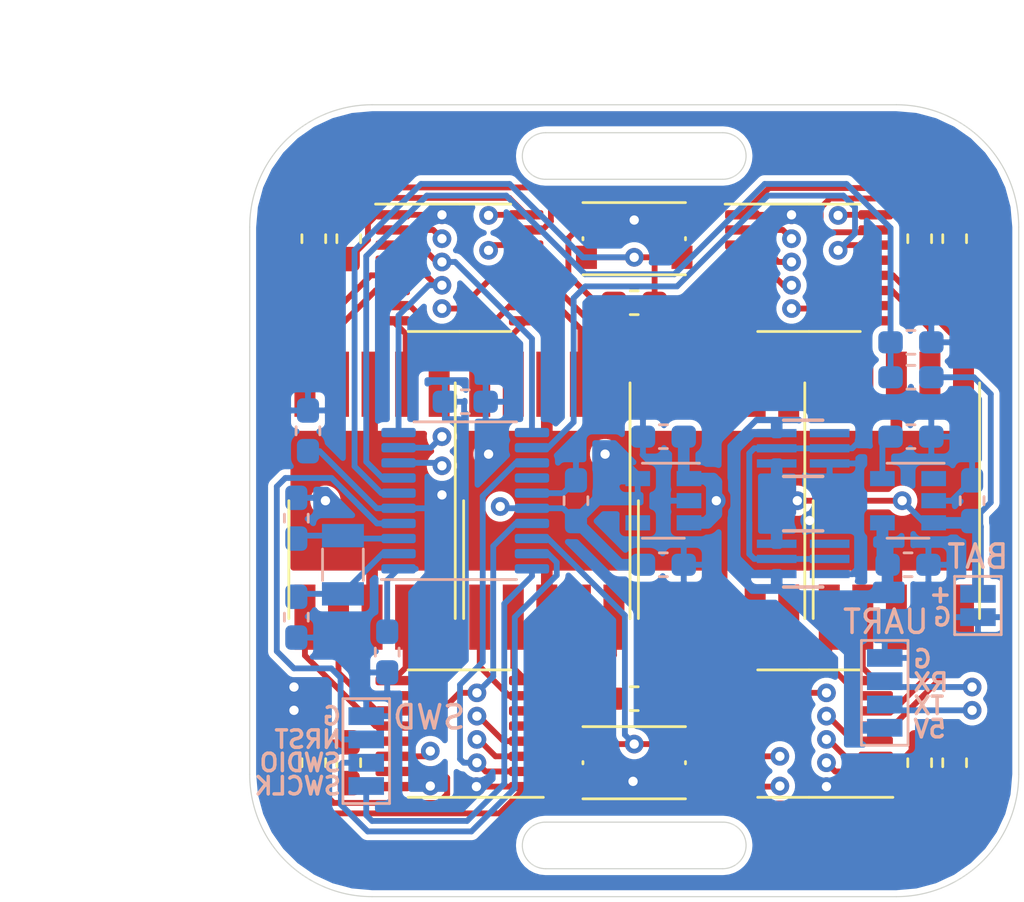
<source format=kicad_pcb>
(kicad_pcb (version 20171130) (host pcbnew "(5.1.6)-1")
  (layers (0 F.Cu signal hide) (1 In1.Cu signal hide) (2 In2.Cu signal hide) (31 B.Cu signal) (34 B.Paste user) (35 F.Paste user) (36 B.SilkS user) (37 F.SilkS user) (38 B.Mask user) (39 F.Mask user) (44 Edge.Cuts user))
  (net 0 "")
  (net 1 "Net-(R2-Pad1)")
  (net 2 "Net-(R1-Pad1)")
  (net 3 /S1_G)
  (net 4 /S1_F)
  (net 5 /S1_A)
  (net 6 /S1_B)
  (net 7 /S1_DP)
  (net 8 /S1_C)
  (net 9 /S1_D)
  (net 10 /S1_E)
  (net 11 GND)
  (net 12 VCC)
  (net 13 "Net-(U6-Pad4)")
  (net 14 +3V3)
  (net 15 /NRST)
  (net 16 /SWCLK)
  (net 17 /SWDIO)
  (net 18 /MDI)
  (net 19 /OE)
  (net 20 /LE)
  (net 21 /CLK)
  (net 22 /SDI)
  (net 23 /SW1)
  (net 24 /SW2)
  (net 25 /S2_G)
  (net 26 /S2_F)
  (net 27 /S2_A)
  (net 28 /S2_B)
  (net 29 /S2_DP)
  (net 30 /S2_C)
  (net 31 /S2_D)
  (net 32 /S2_E)
  (net 33 /XTAL1)
  (net 34 /XTAL2)
  (net 35 "Net-(R3-Pad1)")
  (net 36 "Net-(U7-Pad1)")
  (net 37 +BATT)
  (net 38 +5V)
  (net 39 "Net-(R4-Pad1)")
  (net 40 "Net-(R5-Pad1)")
  (net 41 "Net-(U5-Pad14)")
  (net 42 /S3_B)
  (net 43 /S3_A)
  (net 44 /S3_F)
  (net 45 /S3_G)
  (net 46 /S3_E)
  (net 47 /S3_D)
  (net 48 /S3_C)
  (net 49 /S3_DP)
  (net 50 /S4_B)
  (net 51 /S4_A)
  (net 52 /S4_F)
  (net 53 /S4_G)
  (net 54 /S4_E)
  (net 55 /S4_D)
  (net 56 /S4_C)
  (net 57 /S4_DP)
  (net 58 "Net-(U10-Pad2)")
  (net 59 "Net-(U3-Pad2)")
  (net 60 "Net-(U10-Pad14)")
  (net 61 /RX)
  (net 62 /TX)
  (net 63 /ADC)
  (net 64 /BOOT0)
  (module Resistor_SMD:R_0603_1608Metric_Pad1.05x0.95mm_HandSolder (layer B.Cu) (at 136.431312 69.352611 270)
    (fp_text reference R8 hide)
    (fp_text value 100k)
    (pad 2 smd roundrect (at 0.875 0 270) (size 1.05 0.95) (layers B.Cu B.Paste B.Mask) (net 11 GND))
    (pad 1 smd roundrect (at -0.875 0 270) (size 1.05 0.95) (layers B.Cu B.Paste B.Mask) (net 64 /BOOT0))
  )
  (module Resistor_SMD:R_0603_1608Metric_Pad1.05x0.95mm_HandSolder (layer B.Cu) (at 158.906312 56.052611)
    (fp_text reference R7 hide)
    (fp_text value 47k)
    (pad 2 smd roundrect (at 0.875 0) (size 1.05 0.95) (layers B.Cu B.Paste B.Mask) (net 11 GND))
    (pad 1 smd roundrect (at -0.875 0) (size 1.05 0.95) (layers B.Cu B.Paste B.Mask) (net 63 /ADC))
  )
  (module Resistor_SMD:R_0603_1608Metric_Pad1.05x0.95mm_HandSolder (layer B.Cu) (at 158.906312 57.552611 180)
    (fp_text reference R6 hide)
    (fp_text value 47k)
    (pad 2 smd roundrect (at 0.875 0 180) (size 1.05 0.95) (layers B.Cu B.Paste B.Mask) (net 63 /ADC))
    (pad 1 smd roundrect (at -0.875 0 180) (size 1.05 0.95) (layers B.Cu B.Paste B.Mask) (net 37 +BATT))
  )
  (module watch:CONN_1x4_SMD (layer B.Cu) (at 157.781312 74.602611)
    (fp_text reference J2 hide)
    (fp_text value Conn_01x04_Male)
    (pad 4 smd rect (at 0 -5 270) (size 0.762 1.524) (layers B.Cu B.Paste B.Mask) (net 11 GND))
    (pad 3 smd rect (at 0 -4) (size 1.524 0.762) (layers B.Cu B.Paste B.Mask) (net 61 /RX))
    (pad 2 smd rect (at 0 -3) (size 1.524 0.762) (layers B.Cu B.Paste B.Mask) (net 62 /TX))
    (pad 1 smd rect (at 0 -2) (size 1.524 0.762) (layers B.Cu B.Paste B.Mask) (net 38 +5V))
  )
  (module watch:BAT_PAD (layer B.Cu) (at 161.531312 64.852611 180)
    (fp_text reference BT1 hide)
    (fp_text value Battery_Cell)
    (pad 1 smd rect (at -0.25 -2 180) (size 1.524 0.762) (layers B.Cu B.Paste B.Mask) (net 37 +BATT))
    (pad 2 smd rect (at -0.25 -3 180) (size 1.524 0.762) (layers B.Cu B.Paste B.Mask) (net 11 GND))
  )
  (module watch:CONN_1x4_SMD (layer B.Cu) (at 135.531312 77.102611)
    (fp_text reference J1 hide)
    (fp_text value Conn_01x04_Male)
    (pad 4 smd rect (at 0 -5 270) (size 0.762 1.524) (layers B.Cu B.Paste B.Mask) (net 11 GND))
    (pad 3 smd rect (at 0 -4) (size 1.524 0.762) (layers B.Cu B.Paste B.Mask) (net 15 /NRST))
    (pad 2 smd rect (at 0 -3) (size 1.524 0.762) (layers B.Cu B.Paste B.Mask) (net 17 /SWDIO))
    (pad 1 smd rect (at 0 -2) (size 1.524 0.762) (layers B.Cu B.Paste B.Mask) (net 16 /SWCLK))
  )
  (module Package_TO_SOT_SMD:SOT-23-5 (layer B.Cu) (at 148.281312 62.852611 180)
    (fp_text reference U6 hide)
    (fp_text value TLV70033_SOT23-5)
    (pad 5 smd rect (at 1.1 0.95 180) (size 1.06 0.65) (layers B.Cu B.Paste B.Mask) (net 14 +3V3))
    (pad 4 smd rect (at 1.1 -0.95 180) (size 1.06 0.65) (layers B.Cu B.Paste B.Mask) (net 13 "Net-(U6-Pad4)"))
    (pad 3 smd rect (at -1.1 -0.95 180) (size 1.06 0.65) (layers B.Cu B.Paste B.Mask) (net 12 VCC))
    (pad 2 smd rect (at -1.1 0 180) (size 1.06 0.65) (layers B.Cu B.Paste B.Mask) (net 11 GND))
    (pad 1 smd rect (at -1.1 0.95 180) (size 1.06 0.65) (layers B.Cu B.Paste B.Mask) (net 12 VCC))
  )
  (module Resistor_SMD:R_0603_1608Metric_Pad1.05x0.95mm_HandSolder (layer F.Cu) (at 133.281312 51.602611 270)
    (fp_text reference R4 hide)
    (fp_text value 2k)
    (pad 2 smd roundrect (at 0.875 0 270) (size 1.05 0.95) (layers F.Cu F.Paste F.Mask) (net 11 GND))
    (pad 1 smd roundrect (at -0.875 0 270) (size 1.05 0.95) (layers F.Cu F.Paste F.Mask) (net 39 "Net-(R4-Pad1)"))
  )
  (module Capacitor_SMD:C_0603_1608Metric_Pad1.05x0.95mm_HandSolder (layer F.Cu) (at 134.781312 51.602611 270)
    (fp_text reference C5 hide)
    (fp_text value 100nF)
    (pad 2 smd roundrect (at 0.875 0 270) (size 1.05 0.95) (layers F.Cu F.Paste F.Mask) (net 11 GND))
    (pad 1 smd roundrect (at -0.875 0 270) (size 1.05 0.95) (layers F.Cu F.Paste F.Mask) (net 14 +3V3))
  )
  (module lm66100:LM66100DCKT (layer B.Cu) (at 154.281312 65.352611)
    (fp_text reference U9 hide)
    (fp_text value LM66100 hide)
    (pad 6 smd rect (at 1.13665 0.649999) (size 1.7018 0.3556) (layers B.Cu B.Paste B.Mask) (net 12 VCC))
    (pad 5 smd rect (at 1.13665 0) (size 1.7018 0.3556) (layers B.Cu B.Paste B.Mask) (net 11 GND))
    (pad 4 smd rect (at 1.13665 -0.649999) (size 1.7018 0.3556) (layers B.Cu B.Paste B.Mask))
    (pad 3 smd rect (at -1.13665 -0.649999) (size 1.7018 0.3556) (layers B.Cu B.Paste B.Mask) (net 37 +BATT))
    (pad 2 smd rect (at -1.13665 0) (size 1.7018 0.3556) (layers B.Cu B.Paste B.Mask) (net 11 GND))
    (pad 1 smd rect (at -1.13665 0.649999) (size 1.7018 0.3556) (layers B.Cu B.Paste B.Mask) (net 38 +5V))
  )
  (module lm66100:LM66100DCKT (layer B.Cu) (at 154.281312 60.602611)
    (fp_text reference U8 hide)
    (fp_text value LM66100 hide)
    (pad 6 smd rect (at 1.13665 0.649999) (size 1.7018 0.3556) (layers B.Cu B.Paste B.Mask) (net 12 VCC))
    (pad 5 smd rect (at 1.13665 0) (size 1.7018 0.3556) (layers B.Cu B.Paste B.Mask) (net 11 GND))
    (pad 4 smd rect (at 1.13665 -0.649999) (size 1.7018 0.3556) (layers B.Cu B.Paste B.Mask))
    (pad 3 smd rect (at -1.13665 -0.649999) (size 1.7018 0.3556) (layers B.Cu B.Paste B.Mask) (net 38 +5V))
    (pad 2 smd rect (at -1.13665 0) (size 1.7018 0.3556) (layers B.Cu B.Paste B.Mask) (net 11 GND))
    (pad 1 smd rect (at -1.13665 0.649999) (size 1.7018 0.3556) (layers B.Cu B.Paste B.Mask) (net 37 +BATT))
  )
  (module Crystal:Crystal_SMD_3215-2Pin_3.2x1.5mm (layer B.Cu) (at 134.531312 65.602611 270)
    (fp_text reference Y1 hide)
    (fp_text value 32kHz)
    (pad 2 smd rect (at -1.25 0 270) (size 1 1.8) (layers B.Cu B.Paste B.Mask) (net 34 /XTAL2))
    (pad 1 smd rect (at 1.25 0 270) (size 1 1.8) (layers B.Cu B.Paste B.Mask) (net 33 /XTAL1))
  )
  (module Display_7Segment:KCSC02-105 (layer F.Cu) (at 158.281312 62.852611 90)
    (fp_text reference U13 hide)
    (fp_text value KCSA02-105)
    (pad 10 smd rect (at 5 -2.88 90) (size 2.8 0.9) (layers F.Cu F.Paste F.Mask) (net 53 /S4_G))
    (pad 9 smd rect (at 5 -1.44 90) (size 2.8 0.9) (layers F.Cu F.Paste F.Mask) (net 52 /S4_F))
    (pad 8 smd rect (at 5 0 90) (size 2.8 0.9) (layers F.Cu F.Paste F.Mask) (net 12 VCC))
    (pad 7 smd rect (at 5 1.44 90) (size 2.8 0.9) (layers F.Cu F.Paste F.Mask) (net 51 /S4_A))
    (pad 6 smd rect (at 5 2.88 90) (size 2.8 0.9) (layers F.Cu F.Paste F.Mask) (net 50 /S4_B))
    (pad 5 smd rect (at -5 2.88 90) (size 2.8 0.9) (layers F.Cu F.Paste F.Mask) (net 57 /S4_DP))
    (pad 4 smd rect (at -5 1.44 90) (size 2.8 0.9) (layers F.Cu F.Paste F.Mask) (net 56 /S4_C))
    (pad 3 smd rect (at -5 0 90) (size 2.8 0.9) (layers F.Cu F.Paste F.Mask) (net 12 VCC))
    (pad 2 smd rect (at -5 -1.44 90) (size 2.8 0.9) (layers F.Cu F.Paste F.Mask) (net 55 /S4_D))
    (pad 1 smd rect (at -5 -2.88 90) (size 2.8 0.9) (layers F.Cu F.Paste F.Mask) (net 54 /S4_E))
  )
  (module Package_SO:TSSOP-16_4.4x5mm_P0.65mm (layer F.Cu) (at 154.531312 52.852611)
    (fp_text reference U12 hide)
    (fp_text value STP08CP05)
    (pad 16 smd roundrect (at 2.8625 -2.275) (size 1.475 0.4) (layers F.Cu F.Paste F.Mask) (net 14 +3V3))
    (pad 15 smd roundrect (at 2.8625 -1.625) (size 1.475 0.4) (layers F.Cu F.Paste F.Mask) (net 40 "Net-(R5-Pad1)"))
    (pad 14 smd roundrect (at 2.8625 -0.975) (size 1.475 0.4) (layers F.Cu F.Paste F.Mask) (net 18 /MDI))
    (pad 13 smd roundrect (at 2.8625 -0.325) (size 1.475 0.4) (layers F.Cu F.Paste F.Mask) (net 19 /OE))
    (pad 12 smd roundrect (at 2.8625 0.325) (size 1.475 0.4) (layers F.Cu F.Paste F.Mask) (net 50 /S4_B))
    (pad 11 smd roundrect (at 2.8625 0.975) (size 1.475 0.4) (layers F.Cu F.Paste F.Mask) (net 51 /S4_A))
    (pad 10 smd roundrect (at 2.8625 1.625) (size 1.475 0.4) (layers F.Cu F.Paste F.Mask) (net 53 /S4_G))
    (pad 9 smd roundrect (at 2.8625 2.275) (size 1.475 0.4) (layers F.Cu F.Paste F.Mask) (net 52 /S4_F))
    (pad 8 smd roundrect (at -2.8625 2.275) (size 1.475 0.4) (layers F.Cu F.Paste F.Mask) (net 43 /S3_A))
    (pad 7 smd roundrect (at -2.8625 1.625) (size 1.475 0.4) (layers F.Cu F.Paste F.Mask) (net 42 /S3_B))
    (pad 6 smd roundrect (at -2.8625 0.975) (size 1.475 0.4) (layers F.Cu F.Paste F.Mask) (net 44 /S3_F))
    (pad 5 smd roundrect (at -2.8625 0.325) (size 1.475 0.4) (layers F.Cu F.Paste F.Mask) (net 45 /S3_G))
    (pad 4 smd roundrect (at -2.8625 -0.325) (size 1.475 0.4) (layers F.Cu F.Paste F.Mask) (net 20 /LE))
    (pad 3 smd roundrect (at -2.8625 -0.975) (size 1.475 0.4) (layers F.Cu F.Paste F.Mask) (net 21 /CLK))
    (pad 2 smd roundrect (at -2.8625 -1.625) (size 1.475 0.4) (layers F.Cu F.Paste F.Mask) (net 60 "Net-(U10-Pad14)"))
    (pad 1 smd roundrect (at -2.8625 -2.275) (size 1.475 0.4) (layers F.Cu F.Paste F.Mask) (net 11 GND))
  )
  (module Display_7Segment:KCSC02-105 (layer F.Cu) (at 150.781312 62.852611 90)
    (fp_text reference U11 hide)
    (fp_text value KCSA02-105)
    (pad 10 smd rect (at 5 -2.88 90) (size 2.8 0.9) (layers F.Cu F.Paste F.Mask) (net 45 /S3_G))
    (pad 9 smd rect (at 5 -1.44 90) (size 2.8 0.9) (layers F.Cu F.Paste F.Mask) (net 44 /S3_F))
    (pad 8 smd rect (at 5 0 90) (size 2.8 0.9) (layers F.Cu F.Paste F.Mask) (net 12 VCC))
    (pad 7 smd rect (at 5 1.44 90) (size 2.8 0.9) (layers F.Cu F.Paste F.Mask) (net 43 /S3_A))
    (pad 6 smd rect (at 5 2.88 90) (size 2.8 0.9) (layers F.Cu F.Paste F.Mask) (net 42 /S3_B))
    (pad 5 smd rect (at -5 2.88 90) (size 2.8 0.9) (layers F.Cu F.Paste F.Mask) (net 49 /S3_DP))
    (pad 4 smd rect (at -5 1.44 90) (size 2.8 0.9) (layers F.Cu F.Paste F.Mask) (net 48 /S3_C))
    (pad 3 smd rect (at -5 0 90) (size 2.8 0.9) (layers F.Cu F.Paste F.Mask) (net 12 VCC))
    (pad 2 smd rect (at -5 -1.44 90) (size 2.8 0.9) (layers F.Cu F.Paste F.Mask) (net 47 /S3_D))
    (pad 1 smd rect (at -5 -2.88 90) (size 2.8 0.9) (layers F.Cu F.Paste F.Mask) (net 46 /S3_E))
  )
  (module Package_SO:TSSOP-16_4.4x5mm_P0.65mm (layer F.Cu) (at 139.531312 52.852611)
    (fp_text reference U10 hide)
    (fp_text value STP08CP05)
    (pad 16 smd roundrect (at 2.8625 -2.275) (size 1.475 0.4) (layers F.Cu F.Paste F.Mask) (net 14 +3V3))
    (pad 15 smd roundrect (at 2.8625 -1.625) (size 1.475 0.4) (layers F.Cu F.Paste F.Mask) (net 39 "Net-(R4-Pad1)"))
    (pad 14 smd roundrect (at 2.8625 -0.975) (size 1.475 0.4) (layers F.Cu F.Paste F.Mask) (net 60 "Net-(U10-Pad14)"))
    (pad 13 smd roundrect (at 2.8625 -0.325) (size 1.475 0.4) (layers F.Cu F.Paste F.Mask) (net 19 /OE))
    (pad 12 smd roundrect (at 2.8625 0.325) (size 1.475 0.4) (layers F.Cu F.Paste F.Mask) (net 28 /S2_B))
    (pad 11 smd roundrect (at 2.8625 0.975) (size 1.475 0.4) (layers F.Cu F.Paste F.Mask) (net 27 /S2_A))
    (pad 10 smd roundrect (at 2.8625 1.625) (size 1.475 0.4) (layers F.Cu F.Paste F.Mask) (net 25 /S2_G))
    (pad 9 smd roundrect (at 2.8625 2.275) (size 1.475 0.4) (layers F.Cu F.Paste F.Mask) (net 26 /S2_F))
    (pad 8 smd roundrect (at -2.8625 2.275) (size 1.475 0.4) (layers F.Cu F.Paste F.Mask) (net 5 /S1_A))
    (pad 7 smd roundrect (at -2.8625 1.625) (size 1.475 0.4) (layers F.Cu F.Paste F.Mask) (net 6 /S1_B))
    (pad 6 smd roundrect (at -2.8625 0.975) (size 1.475 0.4) (layers F.Cu F.Paste F.Mask) (net 4 /S1_F))
    (pad 5 smd roundrect (at -2.8625 0.325) (size 1.475 0.4) (layers F.Cu F.Paste F.Mask) (net 3 /S1_G))
    (pad 4 smd roundrect (at -2.8625 -0.325) (size 1.475 0.4) (layers F.Cu F.Paste F.Mask) (net 20 /LE))
    (pad 3 smd roundrect (at -2.8625 -0.975) (size 1.475 0.4) (layers F.Cu F.Paste F.Mask) (net 21 /CLK))
    (pad 2 smd roundrect (at -2.8625 -1.625) (size 1.475 0.4) (layers F.Cu F.Paste F.Mask) (net 58 "Net-(U10-Pad2)"))
    (pad 1 smd roundrect (at -2.8625 -2.275) (size 1.475 0.4) (layers F.Cu F.Paste F.Mask) (net 11 GND))
  )
  (module Package_TO_SOT_SMD:SOT-23-5 (layer B.Cu) (at 158.781312 62.852611 180)
    (fp_text reference U7 hide)
    (fp_text value MCP73831-2-OT)
    (pad 5 smd rect (at 1.1 0.95 180) (size 1.06 0.65) (layers B.Cu B.Paste B.Mask) (net 35 "Net-(R3-Pad1)"))
    (pad 4 smd rect (at 1.1 -0.95 180) (size 1.06 0.65) (layers B.Cu B.Paste B.Mask) (net 38 +5V))
    (pad 3 smd rect (at -1.1 -0.95 180) (size 1.06 0.65) (layers B.Cu B.Paste B.Mask) (net 37 +BATT))
    (pad 2 smd rect (at -1.1 0 180) (size 1.06 0.65) (layers B.Cu B.Paste B.Mask) (net 11 GND))
    (pad 1 smd rect (at -1.1 0.95 180) (size 1.06 0.65) (layers B.Cu B.Paste B.Mask) (net 36 "Net-(U7-Pad1)"))
  )
  (module Package_SO:TSSOP-20_4.4x6.5mm_P0.65mm (layer B.Cu) (at 139.781312 62.852611)
    (fp_text reference U5 hide)
    (fp_text value STM32L011F4Px)
    (pad 20 smd roundrect (at 2.8625 2.925) (size 1.475 0.4) (layers B.Cu B.Paste B.Mask) (net 16 /SWCLK))
    (pad 19 smd roundrect (at 2.8625 2.275) (size 1.475 0.4) (layers B.Cu B.Paste B.Mask) (net 17 /SWDIO))
    (pad 18 smd roundrect (at 2.8625 1.625) (size 1.475 0.4) (layers B.Cu B.Paste B.Mask) (net 24 /SW2))
    (pad 17 smd roundrect (at 2.8625 0.975) (size 1.475 0.4) (layers B.Cu B.Paste B.Mask) (net 19 /OE))
    (pad 16 smd roundrect (at 2.8625 0.325) (size 1.475 0.4) (layers B.Cu B.Paste B.Mask) (net 14 +3V3))
    (pad 15 smd roundrect (at 2.8625 -0.325) (size 1.475 0.4) (layers B.Cu B.Paste B.Mask) (net 11 GND))
    (pad 14 smd roundrect (at 2.8625 -0.975) (size 1.475 0.4) (layers B.Cu B.Paste B.Mask) (net 41 "Net-(U5-Pad14)"))
    (pad 13 smd roundrect (at 2.8625 -1.625) (size 1.475 0.4) (layers B.Cu B.Paste B.Mask) (net 22 /SDI))
    (pad 12 smd roundrect (at 2.8625 -2.275) (size 1.475 0.4) (layers B.Cu B.Paste B.Mask) (net 18 /MDI))
    (pad 11 smd roundrect (at 2.8625 -2.925) (size 1.475 0.4) (layers B.Cu B.Paste B.Mask) (net 21 /CLK))
    (pad 10 smd roundrect (at -2.8625 -2.925) (size 1.475 0.4) (layers B.Cu B.Paste B.Mask) (net 20 /LE))
    (pad 9 smd roundrect (at -2.8625 -2.275) (size 1.475 0.4) (layers B.Cu B.Paste B.Mask) (net 61 /RX))
    (pad 8 smd roundrect (at -2.8625 -1.625) (size 1.475 0.4) (layers B.Cu B.Paste B.Mask) (net 62 /TX))
    (pad 7 smd roundrect (at -2.8625 -0.975) (size 1.475 0.4) (layers B.Cu B.Paste B.Mask) (net 63 /ADC))
    (pad 6 smd roundrect (at -2.8625 -0.325) (size 1.475 0.4) (layers B.Cu B.Paste B.Mask) (net 23 /SW1))
    (pad 5 smd roundrect (at -2.8625 0.325) (size 1.475 0.4) (layers B.Cu B.Paste B.Mask) (net 14 +3V3))
    (pad 4 smd roundrect (at -2.8625 0.975) (size 1.475 0.4) (layers B.Cu B.Paste B.Mask) (net 15 /NRST))
    (pad 3 smd roundrect (at -2.8625 1.625) (size 1.475 0.4) (layers B.Cu B.Paste B.Mask) (net 34 /XTAL2))
    (pad 2 smd roundrect (at -2.8625 2.275) (size 1.475 0.4) (layers B.Cu B.Paste B.Mask) (net 33 /XTAL1))
    (pad 1 smd roundrect (at -2.8625 2.925) (size 1.475 0.4) (layers B.Cu B.Paste B.Mask) (net 64 /BOOT0))
  )
  (module Package_SO:TSSOP-16_4.4x5mm_P0.65mm (layer F.Cu) (at 139.531312 72.852611 180)
    (fp_text reference U4 hide)
    (fp_text value STP08CP05)
    (pad 16 smd roundrect (at 2.8625 -2.275 180) (size 1.475 0.4) (layers F.Cu F.Paste F.Mask) (net 14 +3V3))
    (pad 15 smd roundrect (at 2.8625 -1.625 180) (size 1.475 0.4) (layers F.Cu F.Paste F.Mask) (net 2 "Net-(R1-Pad1)"))
    (pad 14 smd roundrect (at 2.8625 -0.975 180) (size 1.475 0.4) (layers F.Cu F.Paste F.Mask) (net 59 "Net-(U3-Pad2)"))
    (pad 13 smd roundrect (at 2.8625 -0.325 180) (size 1.475 0.4) (layers F.Cu F.Paste F.Mask) (net 19 /OE))
    (pad 12 smd roundrect (at 2.8625 0.325 180) (size 1.475 0.4) (layers F.Cu F.Paste F.Mask) (net 10 /S1_E))
    (pad 11 smd roundrect (at 2.8625 0.975 180) (size 1.475 0.4) (layers F.Cu F.Paste F.Mask) (net 9 /S1_D))
    (pad 10 smd roundrect (at 2.8625 1.625 180) (size 1.475 0.4) (layers F.Cu F.Paste F.Mask) (net 7 /S1_DP))
    (pad 9 smd roundrect (at 2.8625 2.275 180) (size 1.475 0.4) (layers F.Cu F.Paste F.Mask) (net 8 /S1_C))
    (pad 8 smd roundrect (at -2.8625 2.275 180) (size 1.475 0.4) (layers F.Cu F.Paste F.Mask) (net 31 /S2_D))
    (pad 7 smd roundrect (at -2.8625 1.625 180) (size 1.475 0.4) (layers F.Cu F.Paste F.Mask) (net 32 /S2_E))
    (pad 6 smd roundrect (at -2.8625 0.975 180) (size 1.475 0.4) (layers F.Cu F.Paste F.Mask) (net 30 /S2_C))
    (pad 5 smd roundrect (at -2.8625 0.325 180) (size 1.475 0.4) (layers F.Cu F.Paste F.Mask) (net 29 /S2_DP))
    (pad 4 smd roundrect (at -2.8625 -0.325 180) (size 1.475 0.4) (layers F.Cu F.Paste F.Mask) (net 20 /LE))
    (pad 3 smd roundrect (at -2.8625 -0.975 180) (size 1.475 0.4) (layers F.Cu F.Paste F.Mask) (net 21 /CLK))
    (pad 2 smd roundrect (at -2.8625 -1.625 180) (size 1.475 0.4) (layers F.Cu F.Paste F.Mask) (net 22 /SDI))
    (pad 1 smd roundrect (at -2.8625 -2.275 180) (size 1.475 0.4) (layers F.Cu F.Paste F.Mask) (net 11 GND))
  )
  (module Package_SO:TSSOP-16_4.4x5mm_P0.65mm (layer F.Cu) (at 154.531312 72.852611 180)
    (fp_text reference U3 hide)
    (fp_text value STP08CP05)
    (pad 16 smd roundrect (at 2.8625 -2.275 180) (size 1.475 0.4) (layers F.Cu F.Paste F.Mask) (net 14 +3V3))
    (pad 15 smd roundrect (at 2.8625 -1.625 180) (size 1.475 0.4) (layers F.Cu F.Paste F.Mask) (net 1 "Net-(R2-Pad1)"))
    (pad 14 smd roundrect (at 2.8625 -0.975 180) (size 1.475 0.4) (layers F.Cu F.Paste F.Mask) (net 58 "Net-(U10-Pad2)"))
    (pad 13 smd roundrect (at 2.8625 -0.325 180) (size 1.475 0.4) (layers F.Cu F.Paste F.Mask) (net 19 /OE))
    (pad 12 smd roundrect (at 2.8625 0.325 180) (size 1.475 0.4) (layers F.Cu F.Paste F.Mask) (net 46 /S3_E))
    (pad 11 smd roundrect (at 2.8625 0.975 180) (size 1.475 0.4) (layers F.Cu F.Paste F.Mask) (net 47 /S3_D))
    (pad 10 smd roundrect (at 2.8625 1.625 180) (size 1.475 0.4) (layers F.Cu F.Paste F.Mask) (net 49 /S3_DP))
    (pad 9 smd roundrect (at 2.8625 2.275 180) (size 1.475 0.4) (layers F.Cu F.Paste F.Mask) (net 48 /S3_C))
    (pad 8 smd roundrect (at -2.8625 2.275 180) (size 1.475 0.4) (layers F.Cu F.Paste F.Mask) (net 55 /S4_D))
    (pad 7 smd roundrect (at -2.8625 1.625 180) (size 1.475 0.4) (layers F.Cu F.Paste F.Mask) (net 54 /S4_E))
    (pad 6 smd roundrect (at -2.8625 0.975 180) (size 1.475 0.4) (layers F.Cu F.Paste F.Mask) (net 56 /S4_C))
    (pad 5 smd roundrect (at -2.8625 0.325 180) (size 1.475 0.4) (layers F.Cu F.Paste F.Mask) (net 57 /S4_DP))
    (pad 4 smd roundrect (at -2.8625 -0.325 180) (size 1.475 0.4) (layers F.Cu F.Paste F.Mask) (net 20 /LE))
    (pad 3 smd roundrect (at -2.8625 -0.975 180) (size 1.475 0.4) (layers F.Cu F.Paste F.Mask) (net 21 /CLK))
    (pad 2 smd roundrect (at -2.8625 -1.625 180) (size 1.475 0.4) (layers F.Cu F.Paste F.Mask) (net 59 "Net-(U3-Pad2)"))
    (pad 1 smd roundrect (at -2.8625 -2.275 180) (size 1.475 0.4) (layers F.Cu F.Paste F.Mask) (net 11 GND))
  )
  (module Display_7Segment:KCSC02-105 (layer F.Cu) (at 143.281312 62.852611 90)
    (fp_text reference U2 hide)
    (fp_text value KCSA02-105)
    (pad 10 smd rect (at 5 -2.88 90) (size 2.8 0.9) (layers F.Cu F.Paste F.Mask) (net 25 /S2_G))
    (pad 9 smd rect (at 5 -1.44 90) (size 2.8 0.9) (layers F.Cu F.Paste F.Mask) (net 26 /S2_F))
    (pad 8 smd rect (at 5 0 90) (size 2.8 0.9) (layers F.Cu F.Paste F.Mask) (net 12 VCC))
    (pad 7 smd rect (at 5 1.44 90) (size 2.8 0.9) (layers F.Cu F.Paste F.Mask) (net 27 /S2_A))
    (pad 6 smd rect (at 5 2.88 90) (size 2.8 0.9) (layers F.Cu F.Paste F.Mask) (net 28 /S2_B))
    (pad 5 smd rect (at -5 2.88 90) (size 2.8 0.9) (layers F.Cu F.Paste F.Mask) (net 29 /S2_DP))
    (pad 4 smd rect (at -5 1.44 90) (size 2.8 0.9) (layers F.Cu F.Paste F.Mask) (net 30 /S2_C))
    (pad 3 smd rect (at -5 0 90) (size 2.8 0.9) (layers F.Cu F.Paste F.Mask) (net 12 VCC))
    (pad 2 smd rect (at -5 -1.44 90) (size 2.8 0.9) (layers F.Cu F.Paste F.Mask) (net 31 /S2_D))
    (pad 1 smd rect (at -5 -2.88 90) (size 2.8 0.9) (layers F.Cu F.Paste F.Mask) (net 32 /S2_E))
  )
  (module Display_7Segment:KCSC02-105 (layer F.Cu) (at 135.781312 62.852611 90)
    (fp_text reference U1 hide)
    (fp_text value KCSA02-105)
    (pad 10 smd rect (at 5 -2.88 90) (size 2.8 0.9) (layers F.Cu F.Paste F.Mask) (net 3 /S1_G))
    (pad 9 smd rect (at 5 -1.44 90) (size 2.8 0.9) (layers F.Cu F.Paste F.Mask) (net 4 /S1_F))
    (pad 8 smd rect (at 5 0 90) (size 2.8 0.9) (layers F.Cu F.Paste F.Mask) (net 12 VCC))
    (pad 7 smd rect (at 5 1.44 90) (size 2.8 0.9) (layers F.Cu F.Paste F.Mask) (net 5 /S1_A))
    (pad 6 smd rect (at 5 2.88 90) (size 2.8 0.9) (layers F.Cu F.Paste F.Mask) (net 6 /S1_B))
    (pad 5 smd rect (at -5 2.88 90) (size 2.8 0.9) (layers F.Cu F.Paste F.Mask) (net 7 /S1_DP))
    (pad 4 smd rect (at -5 1.44 90) (size 2.8 0.9) (layers F.Cu F.Paste F.Mask) (net 8 /S1_C))
    (pad 3 smd rect (at -5 0 90) (size 2.8 0.9) (layers F.Cu F.Paste F.Mask) (net 12 VCC))
    (pad 2 smd rect (at -5 -1.44 90) (size 2.8 0.9) (layers F.Cu F.Paste F.Mask) (net 9 /S1_D))
    (pad 1 smd rect (at -5 -2.88 90) (size 2.8 0.9) (layers F.Cu F.Paste F.Mask) (net 10 /S1_E))
  )
  (module Button_Switch_SMD:SW_Push_1P1T_NO_CK_KMR2 (layer F.Cu) (at 147.031312 74.102611 180)
    (fp_text reference SW2 hide)
    (fp_text value SW_Push)
    (pad 2 smd rect (at 2.05 0.8 180) (size 0.9 1) (layers F.Cu F.Paste F.Mask) (net 24 /SW2))
    (pad 1 smd rect (at 2.05 -0.8 180) (size 0.9 1) (layers F.Cu F.Paste F.Mask) (net 11 GND))
    (pad 2 smd rect (at -2.05 0.8 180) (size 0.9 1) (layers F.Cu F.Paste F.Mask) (net 24 /SW2))
    (pad 1 smd rect (at -2.05 -0.8 180) (size 0.9 1) (layers F.Cu F.Paste F.Mask) (net 11 GND))
  )
  (module Button_Switch_SMD:SW_Push_1P1T_NO_CK_KMR2 (layer F.Cu) (at 147.031312 51.602611)
    (fp_text reference SW1 hide)
    (fp_text value SW_Push)
    (pad 1 smd rect (at -2.05 -0.8) (size 0.9 1) (layers F.Cu F.Paste F.Mask) (net 11 GND))
    (pad 2 smd rect (at -2.05 0.8) (size 0.9 1) (layers F.Cu F.Paste F.Mask) (net 23 /SW1))
    (pad 1 smd rect (at 2.05 -0.8) (size 0.9 1) (layers F.Cu F.Paste F.Mask) (net 11 GND))
    (pad 2 smd rect (at 2.05 0.8) (size 0.9 1) (layers F.Cu F.Paste F.Mask) (net 23 /SW1))
  )
  (module Resistor_SMD:R_0603_1608Metric_Pad1.05x0.95mm_HandSolder (layer F.Cu) (at 160.781312 51.602611 270)
    (fp_text reference R5 hide)
    (fp_text value 2k)
    (pad 2 smd roundrect (at 0.875 0 270) (size 1.05 0.95) (layers F.Cu F.Paste F.Mask) (net 11 GND))
    (pad 1 smd roundrect (at -0.875 0 270) (size 1.05 0.95) (layers F.Cu F.Paste F.Mask) (net 40 "Net-(R5-Pad1)"))
  )
  (module Resistor_SMD:R_0603_1608Metric_Pad1.05x0.95mm_HandSolder (layer B.Cu) (at 158.906312 60.102611)
    (fp_text reference R3 hide)
    (fp_text value 3k9)
    (pad 2 smd roundrect (at 0.875 0) (size 1.05 0.95) (layers B.Cu B.Paste B.Mask) (net 11 GND))
    (pad 1 smd roundrect (at -0.875 0) (size 1.05 0.95) (layers B.Cu B.Paste B.Mask) (net 35 "Net-(R3-Pad1)"))
  )
  (module Resistor_SMD:R_0603_1608Metric_Pad1.05x0.95mm_HandSolder (layer F.Cu) (at 160.781312 74.102611 90)
    (fp_text reference R2 hide)
    (fp_text value 2k)
    (pad 2 smd roundrect (at 0.875 0 90) (size 1.05 0.95) (layers F.Cu F.Paste F.Mask) (net 11 GND))
    (pad 1 smd roundrect (at -0.875 0 90) (size 1.05 0.95) (layers F.Cu F.Paste F.Mask) (net 1 "Net-(R2-Pad1)"))
  )
  (module Resistor_SMD:R_0603_1608Metric_Pad1.05x0.95mm_HandSolder (layer F.Cu) (at 133.281312 74.102611 90)
    (fp_text reference R1 hide)
    (fp_text value 2k)
    (pad 2 smd roundrect (at 0.875 0 90) (size 1.05 0.95) (layers F.Cu F.Paste F.Mask) (net 11 GND))
    (pad 1 smd roundrect (at -0.875 0 90) (size 1.05 0.95) (layers F.Cu F.Paste F.Mask) (net 2 "Net-(R1-Pad1)"))
  )
  (module Capacitor_SMD:C_0603_1608Metric_Pad1.05x0.95mm_HandSolder (layer F.Cu) (at 159.281312 51.602611 270)
    (fp_text reference C16 hide)
    (fp_text value 100nF)
    (pad 2 smd roundrect (at 0.875 0 270) (size 1.05 0.95) (layers F.Cu F.Paste F.Mask) (net 11 GND))
    (pad 1 smd roundrect (at -0.875 0 270) (size 1.05 0.95) (layers F.Cu F.Paste F.Mask) (net 14 +3V3))
  )
  (module Capacitor_SMD:C_0603_1608Metric_Pad1.05x0.95mm_HandSolder (layer B.Cu) (at 148.281312 60.102611 180)
    (fp_text reference C15 hide)
    (fp_text value 1uF)
    (pad 2 smd roundrect (at 0.875 0 180) (size 1.05 0.95) (layers B.Cu B.Paste B.Mask) (net 11 GND))
    (pad 1 smd roundrect (at -0.875 0 180) (size 1.05 0.95) (layers B.Cu B.Paste B.Mask) (net 12 VCC))
  )
  (module Capacitor_SMD:C_0603_1608Metric_Pad1.05x0.95mm_HandSolder (layer B.Cu) (at 158.781312 65.602611)
    (fp_text reference C14 hide)
    (fp_text value 10uF)
    (pad 2 smd roundrect (at 0.875 0) (size 1.05 0.95) (layers B.Cu B.Paste B.Mask) (net 11 GND))
    (pad 1 smd roundrect (at -0.875 0) (size 1.05 0.95) (layers B.Cu B.Paste B.Mask) (net 38 +5V))
  )
  (module Capacitor_SMD:C_0603_1608Metric_Pad1.05x0.95mm_HandSolder (layer F.Cu) (at 147.031312 71.352611 180)
    (fp_text reference C12 hide)
    (fp_text value 100nF)
    (pad 2 smd roundrect (at 0.875 0 180) (size 1.05 0.95) (layers F.Cu F.Paste F.Mask) (net 11 GND))
    (pad 1 smd roundrect (at -0.875 0 180) (size 1.05 0.95) (layers F.Cu F.Paste F.Mask) (net 24 /SW2))
  )
  (module Capacitor_SMD:C_0603_1608Metric_Pad1.05x0.95mm_HandSolder (layer F.Cu) (at 147.031312 54.352611 180)
    (fp_text reference C11 hide)
    (fp_text value 100nF)
    (pad 1 smd roundrect (at -0.875 0 180) (size 1.05 0.95) (layers F.Cu F.Paste F.Mask) (net 23 /SW1))
    (pad 2 smd roundrect (at 0.875 0 180) (size 1.05 0.95) (layers F.Cu F.Paste F.Mask) (net 11 GND))
  )
  (module Capacitor_SMD:C_0603_1608Metric_Pad1.05x0.95mm_HandSolder (layer B.Cu) (at 133.031312 59.852611 90)
    (fp_text reference C10 hide)
    (fp_text value 100nF)
    (pad 2 smd roundrect (at 0.875 0 90) (size 1.05 0.95) (layers B.Cu B.Paste B.Mask) (net 11 GND))
    (pad 1 smd roundrect (at -0.875 0 90) (size 1.05 0.95) (layers B.Cu B.Paste B.Mask) (net 14 +3V3))
  )
  (module Capacitor_SMD:C_0603_1608Metric_Pad1.05x0.95mm_HandSolder (layer B.Cu) (at 144.531312 62.852611 90)
    (fp_text reference C9 hide)
    (fp_text value 100nF)
    (pad 2 smd roundrect (at 0.875 0 90) (size 1.05 0.95) (layers B.Cu B.Paste B.Mask) (net 11 GND))
    (pad 1 smd roundrect (at -0.875 0 90) (size 1.05 0.95) (layers B.Cu B.Paste B.Mask) (net 14 +3V3))
  )
  (module Capacitor_SMD:C_0603_1608Metric_Pad1.05x0.95mm_HandSolder (layer B.Cu) (at 139.781312 58.602611)
    (fp_text reference C8 hide)
    (fp_text value 10uF)
    (pad 2 smd roundrect (at 0.875 0) (size 1.05 0.95) (layers B.Cu B.Paste B.Mask) (net 11 GND))
    (pad 1 smd roundrect (at -0.875 0) (size 1.05 0.95) (layers B.Cu B.Paste B.Mask) (net 14 +3V3))
  )
  (module Capacitor_SMD:C_0603_1608Metric_Pad1.05x0.95mm_HandSolder (layer B.Cu) (at 132.531312 63.602611 90)
    (fp_text reference C7 hide)
    (fp_text value 12pF)
    (pad 2 smd roundrect (at 0.875 0 90) (size 1.05 0.95) (layers B.Cu B.Paste B.Mask) (net 11 GND))
    (pad 1 smd roundrect (at -0.875 0 90) (size 1.05 0.95) (layers B.Cu B.Paste B.Mask) (net 34 /XTAL2))
  )
  (module Capacitor_SMD:C_0603_1608Metric_Pad1.05x0.95mm_HandSolder (layer B.Cu) (at 132.531312 67.852611 270)
    (fp_text reference C6 hide)
    (fp_text value 12pF)
    (pad 2 smd roundrect (at 0.875 0 270) (size 1.05 0.95) (layers B.Cu B.Paste B.Mask) (net 11 GND))
    (pad 1 smd roundrect (at -0.875 0 270) (size 1.05 0.95) (layers B.Cu B.Paste B.Mask) (net 33 /XTAL1))
  )
  (module Capacitor_SMD:C_0603_1608Metric_Pad1.05x0.95mm_HandSolder (layer B.Cu) (at 148.281312 65.602611)
    (fp_text reference C4 hide)
    (fp_text value 1uF)
    (pad 2 smd roundrect (at 0.875 0) (size 1.05 0.95) (layers B.Cu B.Paste B.Mask) (net 11 GND))
    (pad 1 smd roundrect (at -0.875 0) (size 1.05 0.95) (layers B.Cu B.Paste B.Mask) (net 14 +3V3))
  )
  (module Capacitor_SMD:C_0603_1608Metric_Pad1.05x0.95mm_HandSolder (layer B.Cu) (at 161.531312 62.852611 90)
    (fp_text reference C3 hide)
    (fp_text value 10uF)
    (pad 2 smd roundrect (at 0.875 0 90) (size 1.05 0.95) (layers B.Cu B.Paste B.Mask) (net 11 GND))
    (pad 1 smd roundrect (at -0.875 0 90) (size 1.05 0.95) (layers B.Cu B.Paste B.Mask) (net 37 +BATT))
  )
  (module Capacitor_SMD:C_0603_1608Metric_Pad1.05x0.95mm_HandSolder (layer F.Cu) (at 134.781312 74.102611 90)
    (fp_text reference C2 hide)
    (fp_text value 100nF)
    (pad 2 smd roundrect (at 0.875 0 90) (size 1.05 0.95) (layers F.Cu F.Paste F.Mask) (net 11 GND))
    (pad 1 smd roundrect (at -0.875 0 90) (size 1.05 0.95) (layers F.Cu F.Paste F.Mask) (net 14 +3V3))
  )
  (module Capacitor_SMD:C_0603_1608Metric_Pad1.05x0.95mm_HandSolder (layer F.Cu) (at 159.281312 74.102611 90)
    (fp_text reference C1 hide)
    (fp_text value 100nF)
    (pad 2 smd roundrect (at 0.875 0 90) (size 1.05 0.95) (layers F.Cu F.Paste F.Mask) (net 11 GND))
    (pad 1 smd roundrect (at -0.875 0 90) (size 1.05 0.95) (layers F.Cu F.Paste F.Mask) (net 14 +3V3))
  )
  (gr_text + (at 160.731312 66.852611) (layer B.SilkS) (effects (font (size 0.75 0.75)) (justify left mirror)))
  (gr_text G (at 160.731312 67.852611) (layer B.SilkS) (effects (font (size 0.75 0.75)) (justify left mirror)))
  (gr_text 5V (at 158.931312 72.652611) (layer B.SilkS) (effects (font (size 0.75 0.75)) (justify right mirror)))
  (gr_text TX (at 158.931312 71.652611) (layer B.SilkS) (effects (font (size 0.75 0.75)) (justify right mirror)))
  (gr_text RX (at 158.931312 70.652611) (layer B.SilkS) (effects (font (size 0.75 0.75)) (justify right mirror)))
  (gr_text G (at 158.931312 69.652611) (layer B.SilkS) (effects (font (size 0.75 0.75)) (justify right mirror)))
  (gr_text BAT (at 161.781312 65.252611) (layer B.SilkS) (effects (font (size 1 1)) (justify mirror)))
  (gr_text UART (at 157.831312 68.052611) (layer B.SilkS) (effects (font (size 1 1)) (justify mirror)))
  (gr_text SWD (at 138.231312 72.152611) (layer B.SilkS) (effects (font (size 1 1)) (justify mirror)))
  (gr_text SWCLK (at 134.531312 75.102611) (layer B.SilkS) (effects (font (size 0.75 0.75)) (justify left mirror)))
  (gr_text SWDIO (at 134.531312 74.102611) (layer B.SilkS) (effects (font (size 0.75 0.75)) (justify left mirror)))
  (gr_text NRST (at 134.531312 73.102611) (layer B.SilkS) (effects (font (size 0.75 0.75)) (justify left mirror)))
  (gr_text G (at 134.531312 72.102611) (layer B.SilkS) (effects (font (size 0.75 0.75)) (justify left mirror)))
  (gr_line (start 143.231312 47.052611) (end 150.831312 47.052611) (layer Edge.Cuts) (width 0.05))
  (gr_arc (start 150.831312 48.052611) (end 150.831312 49.052611) (angle -180) (layer Edge.Cuts) (width 0.05))
  (gr_line (start 150.831312 49.052611) (end 143.231312 49.052611) (layer Edge.Cuts) (width 0.05))
  (gr_arc (start 143.231312 48.052611) (end 143.231312 47.052611) (angle -180) (layer Edge.Cuts) (width 0.05))
  (gr_arc (start 150.831312 77.652611) (end 150.831312 78.652611) (angle -180) (layer Edge.Cuts) (width 0.05))
  (gr_arc (start 143.231312 77.652611) (end 143.231312 76.652611) (angle -180) (layer Edge.Cuts) (width 0.05))
  (gr_line (start 150.831312 78.652611) (end 143.231312 78.652611) (layer Edge.Cuts) (width 0.05))
  (gr_line (start 143.231312 76.652611) (end 150.831312 76.652611) (layer Edge.Cuts) (width 0.05))
  (gr_arc (start 158.281312 74.602611) (end 158.281312 79.852611) (angle -90) (layer Edge.Cuts) (width 0.05))
  (gr_arc (start 135.781312 74.602611) (end 130.531312 74.602611) (angle -90) (layer Edge.Cuts) (width 0.05))
  (gr_arc (start 135.781312 51.102611) (end 135.781312 45.852611) (angle -90) (layer Edge.Cuts) (width 0.05))
  (gr_arc (start 158.281312 51.102611) (end 163.531312 51.102611) (angle -90) (layer Edge.Cuts) (width 0.05))
  (gr_line (start 158.281312 79.852611) (end 135.781312 79.852611) (layer Edge.Cuts) (width 0.05))
  (gr_line (start 158.281312 45.852611) (end 135.781312 45.852611) (layer Edge.Cuts) (width 0.05))
  (gr_line (start 163.531312 74.602611) (end 163.531312 51.102611) (layer Edge.Cuts) (width 0.05))
  (gr_line (start 130.531312 74.602611) (end 130.531312 51.102611) (layer Edge.Cuts) (width 0.05))
  (segment (start 150.980254 74.477611) (end 151.668812 74.477611) (width 0.25) (layer F.Cu) (net 1))
  (segment (start 150.606302 74.851563) (end 150.980254 74.477611) (width 0.25) (layer F.Cu) (net 1))
  (segment (start 150.606302 75.403659) (end 150.606302 74.851563) (width 0.25) (layer F.Cu) (net 1))
  (segment (start 151.505264 76.302621) (end 150.606302 75.403659) (width 0.25) (layer F.Cu) (net 1))
  (segment (start 159.456302 76.302621) (end 151.505264 76.302621) (width 0.25) (layer F.Cu) (net 1))
  (segment (start 160.781312 74.977611) (end 159.456302 76.302621) (width 0.25) (layer F.Cu) (net 1))
  (segment (start 138.629313 75.827612) (end 134.131313 75.827612) (width 0.25) (layer F.Cu) (net 2))
  (segment (start 139.006313 74.75461) (end 139.006313 75.450612) (width 0.25) (layer F.Cu) (net 2))
  (segment (start 134.131313 75.827612) (end 133.281312 74.977611) (width 0.25) (layer F.Cu) (net 2))
  (segment (start 139.006313 75.450612) (end 138.629313 75.827612) (width 0.25) (layer F.Cu) (net 2))
  (segment (start 138.629313 74.37761) (end 139.006313 74.75461) (width 0.25) (layer F.Cu) (net 2))
  (segment (start 137.933311 74.37761) (end 138.629313 74.37761) (width 0.25) (layer F.Cu) (net 2))
  (segment (start 137.83331 74.477611) (end 137.933311 74.37761) (width 0.25) (layer F.Cu) (net 2))
  (segment (start 136.668812 74.477611) (end 137.83331 74.477611) (width 0.25) (layer F.Cu) (net 2))
  (segment (start 135.730274 53.177611) (end 136.668812 53.177611) (width 0.25) (layer F.Cu) (net 3))
  (segment (start 132.901312 56.006573) (end 135.730274 53.177611) (width 0.25) (layer F.Cu) (net 3))
  (segment (start 132.901312 57.852611) (end 132.901312 56.006573) (width 0.25) (layer F.Cu) (net 3))
  (segment (start 135.931312 53.827611) (end 136.668812 53.827611) (width 0.25) (layer F.Cu) (net 4))
  (segment (start 134.341312 55.417611) (end 135.931312 53.827611) (width 0.25) (layer F.Cu) (net 4))
  (segment (start 134.341312 57.852611) (end 134.341312 55.417611) (width 0.25) (layer F.Cu) (net 4))
  (segment (start 137.221312 55.680111) (end 136.668812 55.127611) (width 0.25) (layer F.Cu) (net 5))
  (segment (start 137.221312 57.852611) (end 137.221312 55.680111) (width 0.25) (layer F.Cu) (net 5))
  (segment (start 137.406312 54.477611) (end 136.668812 54.477611) (width 0.25) (layer F.Cu) (net 6))
  (segment (start 138.661312 55.732611) (end 137.406312 54.477611) (width 0.25) (layer F.Cu) (net 6))
  (segment (start 138.661312 57.852611) (end 138.661312 55.732611) (width 0.25) (layer F.Cu) (net 6))
  (segment (start 137.406312 71.227611) (end 138.661312 69.972611) (width 0.25) (layer F.Cu) (net 7))
  (segment (start 136.668812 71.227611) (end 137.406312 71.227611) (width 0.25) (layer F.Cu) (net 7))
  (segment (start 138.661312 67.852611) (end 138.661312 69.972611) (width 0.25) (layer F.Cu) (net 7))
  (segment (start 137.221312 70.025111) (end 136.668812 70.577611) (width 0.25) (layer F.Cu) (net 8))
  (segment (start 137.221312 67.852611) (end 137.221312 70.025111) (width 0.25) (layer F.Cu) (net 8))
  (segment (start 135.980254 71.877611) (end 134.341312 70.238669) (width 0.25) (layer F.Cu) (net 9))
  (segment (start 136.668812 71.877611) (end 135.980254 71.877611) (width 0.25) (layer F.Cu) (net 9))
  (segment (start 134.341312 67.852611) (end 134.341312 70.238669) (width 0.25) (layer F.Cu) (net 9))
  (segment (start 135.931312 72.527611) (end 132.901312 69.497611) (width 0.25) (layer F.Cu) (net 10))
  (segment (start 136.668812 72.527611) (end 135.931312 72.527611) (width 0.25) (layer F.Cu) (net 10))
  (segment (start 132.901312 67.852611) (end 132.901312 69.497611) (width 0.25) (layer F.Cu) (net 10))
  (via (at 133.781312 62.852611) (size 0.8) (drill 0.4) (layers F.Cu B.Cu) (net 11))
  (via (at 140.260725 75.127611) (size 0.8) (drill 0.4) (layers F.Cu B.Cu) (net 11))
  (via (at 155.281312 75.127611) (size 0.8) (drill 0.4) (layers F.Cu B.Cu) (net 11))
  (segment (start 142.393812 75.127611) (end 140.260725 75.127611) (width 0.25) (layer F.Cu) (net 11))
  (segment (start 157.393812 75.127611) (end 155.281312 75.127611) (width 0.25) (layer F.Cu) (net 11))
  (segment (start 140.406312 75.273198) (end 140.260725 75.127611) (width 0.25) (layer F.Cu) (net 11))
  (segment (start 155.406312 75.252611) (end 155.281312 75.127611) (width 0.25) (layer F.Cu) (net 11))
  (segment (start 144.206311 51.577612) (end 144.981312 50.802611) (width 0.25) (layer F.Cu) (net 11))
  (segment (start 145.39631 54.352611) (end 144.206311 53.162612) (width 0.25) (layer F.Cu) (net 11))
  (segment (start 144.206311 53.162612) (end 144.206311 51.577612) (width 0.25) (layer F.Cu) (net 11))
  (segment (start 146.156312 54.352611) (end 145.39631 54.352611) (width 0.25) (layer F.Cu) (net 11))
  (segment (start 149.081312 50.802611) (end 147.081312 50.802611) (width 0.25) (layer F.Cu) (net 11))
  (segment (start 144.206311 72.54261) (end 144.206311 74.12761) (width 0.25) (layer F.Cu) (net 11))
  (segment (start 144.206311 74.12761) (end 144.981312 74.902611) (width 0.25) (layer F.Cu) (net 11))
  (segment (start 145.39631 71.352611) (end 144.206311 72.54261) (width 0.25) (layer F.Cu) (net 11))
  (segment (start 146.156312 71.352611) (end 145.39631 71.352611) (width 0.25) (layer F.Cu) (net 11))
  (segment (start 147.081312 50.802611) (end 144.981312 50.802611) (width 0.25) (layer F.Cu) (net 11))
  (via (at 147.031312 50.802611) (size 0.8) (drill 0.4) (layers F.Cu B.Cu) (net 11))
  (via (at 140.781312 60.852611) (size 0.8) (drill 0.4) (layers F.Cu B.Cu) (net 11))
  (via (at 153.781312 50.577611) (size 0.8) (drill 0.4) (layers F.Cu B.Cu) (net 11))
  (segment (start 153.781312 50.577611) (end 151.668812 50.577611) (width 0.25) (layer F.Cu) (net 11))
  (segment (start 153.656312 50.452611) (end 153.781312 50.577611) (width 0.25) (layer F.Cu) (net 11))
  (via (at 138.781312 50.577611) (size 0.8) (drill 0.4) (layers F.Cu B.Cu) (net 11))
  (segment (start 138.656312 50.452611) (end 138.781312 50.577611) (width 0.25) (layer F.Cu) (net 11))
  (segment (start 136.668812 50.577611) (end 138.781312 50.577611) (width 0.25) (layer F.Cu) (net 11))
  (segment (start 133.281312 52.477611) (end 134.781312 52.477611) (width 0.25) (layer F.Cu) (net 11))
  (segment (start 135.606302 50.951563) (end 135.980254 50.577611) (width 0.25) (layer F.Cu) (net 11))
  (segment (start 135.606302 51.652621) (end 135.606302 50.951563) (width 0.25) (layer F.Cu) (net 11))
  (segment (start 135.980254 50.577611) (end 136.668812 50.577611) (width 0.25) (layer F.Cu) (net 11))
  (segment (start 134.781312 52.477611) (end 135.606302 51.652621) (width 0.25) (layer F.Cu) (net 11))
  (segment (start 160.781312 52.477611) (end 159.281312 52.477611) (width 0.25) (layer F.Cu) (net 11))
  (segment (start 160.801811 49.4276) (end 152.818823 49.4276) (width 0.25) (layer F.Cu) (net 11))
  (segment (start 152.818823 49.4276) (end 151.668812 50.577611) (width 0.25) (layer F.Cu) (net 11))
  (segment (start 161.581322 50.207111) (end 160.801811 49.4276) (width 0.25) (layer F.Cu) (net 11))
  (segment (start 161.581322 51.677601) (end 161.581322 50.207111) (width 0.25) (layer F.Cu) (net 11))
  (segment (start 160.781312 52.477611) (end 161.581322 51.677601) (width 0.25) (layer F.Cu) (net 11))
  (segment (start 160.781312 73.227611) (end 159.281312 73.227611) (width 0.25) (layer F.Cu) (net 11))
  (segment (start 158.456322 74.753659) (end 158.08237 75.127611) (width 0.25) (layer F.Cu) (net 11))
  (segment (start 158.456322 74.052601) (end 158.456322 74.753659) (width 0.25) (layer F.Cu) (net 11))
  (segment (start 158.08237 75.127611) (end 157.393812 75.127611) (width 0.25) (layer F.Cu) (net 11))
  (segment (start 159.281312 73.227611) (end 158.456322 74.052601) (width 0.25) (layer F.Cu) (net 11))
  (segment (start 133.281312 73.227611) (end 134.781312 73.227611) (width 0.25) (layer F.Cu) (net 11))
  (segment (start 133.260813 76.277622) (end 141.243801 76.277622) (width 0.25) (layer F.Cu) (net 11))
  (segment (start 132.481302 75.498111) (end 133.260813 76.277622) (width 0.25) (layer F.Cu) (net 11))
  (segment (start 132.481302 74.027621) (end 132.481302 75.498111) (width 0.25) (layer F.Cu) (net 11))
  (segment (start 141.243801 76.277622) (end 142.393812 75.127611) (width 0.25) (layer F.Cu) (net 11))
  (segment (start 133.281312 73.227611) (end 132.481302 74.027621) (width 0.25) (layer F.Cu) (net 11))
  (segment (start 152.180959 60.602611) (end 153.144662 60.602611) (width 0.25) (layer B.Cu) (net 11))
  (segment (start 151.968761 60.814809) (end 152.180959 60.602611) (width 0.25) (layer B.Cu) (net 11))
  (segment (start 152.180959 65.352611) (end 151.968761 65.140413) (width 0.25) (layer B.Cu) (net 11))
  (segment (start 151.968761 64.19006) (end 151.968761 63.79006) (width 0.25) (layer B.Cu) (net 11))
  (segment (start 151.968761 65.140413) (end 151.968761 63.79006) (width 0.25) (layer B.Cu) (net 11))
  (segment (start 153.144662 65.352611) (end 152.180959 65.352611) (width 0.25) (layer B.Cu) (net 11))
  (segment (start 151.968761 63.79006) (end 151.968761 60.814809) (width 0.25) (layer B.Cu) (net 11))
  (segment (start 160.656312 62.852611) (end 161.531312 61.977611) (width 0.25) (layer B.Cu) (net 11))
  (segment (start 159.881312 62.852611) (end 160.656312 62.852611) (width 0.25) (layer B.Cu) (net 11))
  (segment (start 143.981312 62.527611) (end 144.531312 61.977611) (width 0.25) (layer B.Cu) (net 11))
  (segment (start 142.643812 62.527611) (end 143.981312 62.527611) (width 0.25) (layer B.Cu) (net 11))
  (segment (start 144.981312 74.902611) (end 146.981312 74.902611) (width 0.25) (layer F.Cu) (net 11))
  (segment (start 146.981312 74.902611) (end 149.081312 74.902611) (width 0.25) (layer F.Cu) (net 11))
  (via (at 146.981312 74.902611) (size 0.8) (drill 0.4) (layers F.Cu B.Cu) (net 11))
  (segment (start 153.144662 60.602611) (end 155.417962 60.602611) (width 0.25) (layer B.Cu) (net 11))
  (segment (start 153.144662 65.352611) (end 155.417962 65.352611) (width 0.25) (layer B.Cu) (net 11))
  (segment (start 156.381665 60.602611) (end 156.831312 60.152964) (width 0.25) (layer B.Cu) (net 11))
  (segment (start 155.417962 60.602611) (end 156.381665 60.602611) (width 0.25) (layer B.Cu) (net 11))
  (segment (start 156.831312 60.152964) (end 156.831312 59.852611) (width 0.25) (layer B.Cu) (net 11))
  (segment (start 147.406312 60.102611) (end 147.406312 60.827611) (width 0.25) (layer B.Cu) (net 11))
  (via (at 132.431312 70.852611) (size 0.8) (drill 0.4) (layers F.Cu B.Cu) (net 11))
  (via (at 132.431312 71.852611) (size 0.8) (drill 0.4) (layers F.Cu B.Cu) (net 11))
  (segment (start 158.281312 67.852611) (end 158.281312 65.102611) (width 0.5) (layer F.Cu) (net 12))
  (segment (start 158.281312 57.852611) (end 158.281312 60.852611) (width 0.5) (layer F.Cu) (net 12))
  (segment (start 150.781312 67.852611) (end 150.781312 65.102611) (width 0.5) (layer F.Cu) (net 12))
  (segment (start 150.781312 57.852611) (end 150.781312 60.852611) (width 0.5) (layer F.Cu) (net 12))
  (segment (start 143.281312 67.852611) (end 143.281312 65.102611) (width 0.5) (layer F.Cu) (net 12))
  (segment (start 143.281312 57.852611) (end 143.281312 60.852611) (width 0.5) (layer F.Cu) (net 12))
  (segment (start 135.781312 57.852611) (end 135.781312 60.852611) (width 0.5) (layer F.Cu) (net 12))
  (segment (start 135.781312 67.852611) (end 135.781312 65.102611) (width 0.5) (layer F.Cu) (net 12))
  (via (at 154.556312 63.703715) (size 0.8) (drill 0.4) (layers F.Cu B.Cu) (net 12))
  (segment (start 149.156312 61.677611) (end 149.381312 61.902611) (width 0.5) (layer B.Cu) (net 12))
  (segment (start 149.156312 60.102611) (end 149.156312 61.677611) (width 0.5) (layer B.Cu) (net 12))
  (segment (start 150.361313 63.537612) (end 150.096314 63.802611) (width 0.5) (layer B.Cu) (net 12))
  (segment (start 150.361313 62.16761) (end 150.361313 63.537612) (width 0.5) (layer B.Cu) (net 12))
  (segment (start 150.096314 63.802611) (end 149.381312 63.802611) (width 0.5) (layer B.Cu) (net 12))
  (segment (start 150.096314 61.902611) (end 150.361313 62.16761) (width 0.5) (layer B.Cu) (net 12))
  (segment (start 149.381312 61.902611) (end 150.096314 61.902611) (width 0.5) (layer B.Cu) (net 12))
  (via (at 150.556312 62.852611) (size 0.8) (drill 0.4) (layers F.Cu B.Cu) (net 12))
  (segment (start 149.381312 61.902611) (end 150.411312 61.902611) (width 0.5) (layer B.Cu) (net 12))
  (segment (start 150.556312 62.047611) (end 150.556312 62.852611) (width 0.5) (layer B.Cu) (net 12))
  (segment (start 150.411312 61.902611) (end 150.556312 62.047611) (width 0.5) (layer B.Cu) (net 12))
  (segment (start 150.171997 63.802611) (end 149.381312 63.802611) (width 0.5) (layer B.Cu) (net 12))
  (segment (start 150.556312 63.418296) (end 150.171997 63.802611) (width 0.5) (layer B.Cu) (net 12))
  (segment (start 150.556312 62.852611) (end 150.556312 63.418296) (width 0.5) (layer B.Cu) (net 12))
  (segment (start 154.556312 63.703715) (end 156.593863 63.703715) (width 0.25) (layer B.Cu) (net 12))
  (segment (start 156.593863 63.54006) (end 156.593863 63.415162) (width 0.25) (layer B.Cu) (net 12))
  (segment (start 156.593863 63.415162) (end 155.417962 62.239261) (width 0.25) (layer B.Cu) (net 12))
  (segment (start 156.593863 63.54006) (end 156.593863 65.790412) (width 0.25) (layer B.Cu) (net 12))
  (segment (start 156.381665 66.00261) (end 155.417962 66.00261) (width 0.25) (layer B.Cu) (net 12))
  (segment (start 156.593863 65.790412) (end 156.381665 66.00261) (width 0.25) (layer B.Cu) (net 12))
  (segment (start 155.417962 61.25261) (end 155.417962 62.239261) (width 0.25) (layer B.Cu) (net 12))
  (segment (start 146.356312 61.902611) (end 144.531312 63.727611) (width 0.5) (layer B.Cu) (net 14))
  (segment (start 147.181312 61.902611) (end 146.356312 61.902611) (width 0.5) (layer B.Cu) (net 14))
  (segment (start 146.406312 65.602611) (end 144.531312 63.727611) (width 0.5) (layer B.Cu) (net 14))
  (segment (start 147.406312 65.602611) (end 146.406312 65.602611) (width 0.5) (layer B.Cu) (net 14))
  (segment (start 143.981312 63.177611) (end 144.531312 63.727611) (width 0.25) (layer B.Cu) (net 14))
  (segment (start 142.643812 63.177611) (end 143.981312 63.177611) (width 0.25) (layer B.Cu) (net 14))
  (via (at 138.281312 75.102611) (size 0.8) (drill 0.4) (layers F.Cu B.Cu) (net 14))
  (segment (start 136.693812 75.102611) (end 136.668812 75.127611) (width 0.25) (layer F.Cu) (net 14))
  (segment (start 138.281312 75.102611) (end 136.693812 75.102611) (width 0.25) (layer F.Cu) (net 14))
  (segment (start 138.281312 74.900613) (end 138.281312 75.102611) (width 0.25) (layer B.Cu) (net 14))
  (segment (start 133.531312 60.727611) (end 133.031312 60.727611) (width 0.25) (layer B.Cu) (net 14))
  (segment (start 136.918812 63.177611) (end 135.981312 63.177611) (width 0.25) (layer B.Cu) (net 14))
  (segment (start 135.981312 63.177611) (end 133.531312 60.727611) (width 0.25) (layer B.Cu) (net 14))
  (via (at 140.781312 50.602611) (size 0.8) (drill 0.4) (layers F.Cu B.Cu) (net 14))
  (via (at 155.781312 50.602611) (size 0.8) (drill 0.4) (layers F.Cu B.Cu) (net 14))
  (segment (start 142.393812 50.577611) (end 140.806312 50.577611) (width 0.25) (layer F.Cu) (net 14))
  (segment (start 140.806312 50.577611) (end 140.781312 50.602611) (width 0.25) (layer F.Cu) (net 14))
  (segment (start 157.393812 50.577611) (end 155.806312 50.577611) (width 0.25) (layer F.Cu) (net 14))
  (segment (start 155.806312 50.577611) (end 155.781312 50.602611) (width 0.25) (layer F.Cu) (net 14))
  (segment (start 142.643812 63.177611) (end 141.356312 63.177611) (width 0.25) (layer B.Cu) (net 14))
  (via (at 141.281312 63.102611) (size 0.8) (drill 0.4) (layers F.Cu B.Cu) (net 14))
  (segment (start 141.356312 63.177611) (end 141.281312 63.102611) (width 0.25) (layer B.Cu) (net 14))
  (via (at 138.781312 62.602611) (size 0.8) (drill 0.4) (layers F.Cu B.Cu) (net 14))
  (segment (start 141.281312 63.102611) (end 141.281312 62.852611) (width 0.25) (layer F.Cu) (net 14))
  (via (at 145.781312 60.852611) (size 0.8) (drill 0.4) (layers F.Cu B.Cu) (net 14))
  (segment (start 141.668811 49.85261) (end 142.393812 50.577611) (width 0.25) (layer F.Cu) (net 14))
  (segment (start 135.656313 49.85261) (end 141.668811 49.85261) (width 0.25) (layer F.Cu) (net 14))
  (segment (start 134.781312 50.727611) (end 135.656313 49.85261) (width 0.25) (layer F.Cu) (net 14))
  (segment (start 159.131312 50.577611) (end 157.393812 50.577611) (width 0.25) (layer F.Cu) (net 14))
  (segment (start 159.281312 50.727611) (end 159.131312 50.577611) (width 0.25) (layer F.Cu) (net 14))
  (via (at 153.281312 75.102611) (size 0.8) (drill 0.4) (layers F.Cu B.Cu) (net 14))
  (segment (start 152.393813 75.852612) (end 151.668812 75.127611) (width 0.25) (layer F.Cu) (net 14))
  (segment (start 158.406311 75.852612) (end 152.393813 75.852612) (width 0.25) (layer F.Cu) (net 14))
  (segment (start 159.281312 74.977611) (end 158.406311 75.852612) (width 0.25) (layer F.Cu) (net 14))
  (segment (start 134.931312 75.127611) (end 136.668812 75.127611) (width 0.25) (layer F.Cu) (net 14))
  (segment (start 134.781312 74.977611) (end 134.931312 75.127611) (width 0.25) (layer F.Cu) (net 14))
  (segment (start 153.256312 75.127611) (end 153.281312 75.102611) (width 0.25) (layer F.Cu) (net 14))
  (segment (start 151.668812 75.127611) (end 153.256312 75.127611) (width 0.25) (layer F.Cu) (net 14))
  (segment (start 153.281312 75.085613) (end 153.281312 75.102611) (width 0.5) (layer B.Cu) (net 14))
  (segment (start 145.781312 60.852611) (end 146.131312 60.852611) (width 0.5) (layer B.Cu) (net 14))
  (segment (start 146.356312 61.527611) (end 146.581312 61.302611) (width 0.5) (layer B.Cu) (net 14))
  (segment (start 146.356312 61.902611) (end 146.356312 61.527611) (width 0.5) (layer B.Cu) (net 14))
  (segment (start 146.581312 61.302611) (end 147.181312 61.902611) (width 0.5) (layer B.Cu) (net 14))
  (segment (start 138.781312 64.652611) (end 138.681312 64.752611) (width 0.25) (layer B.Cu) (net 14))
  (segment (start 138.781312 63.102611) (end 138.781312 64.652611) (width 0.25) (layer B.Cu) (net 14))
  (segment (start 136.918812 63.177611) (end 138.781312 63.177611) (width 0.25) (layer B.Cu) (net 14))
  (segment (start 146.356312 61.077611) (end 146.331312 61.052611) (width 0.5) (layer B.Cu) (net 14))
  (segment (start 146.356312 61.527611) (end 146.356312 61.077611) (width 0.5) (layer B.Cu) (net 14))
  (segment (start 146.131312 60.852611) (end 146.331312 61.052611) (width 0.5) (layer B.Cu) (net 14))
  (segment (start 146.331312 61.052611) (end 146.581312 61.302611) (width 0.5) (layer B.Cu) (net 14))
  (segment (start 138.906312 58.602611) (end 138.906312 58.977611) (width 0.25) (layer B.Cu) (net 14))
  (segment (start 139.781312 63.652611) (end 138.681312 64.752611) (width 0.25) (layer B.Cu) (net 14))
  (segment (start 139.781312 59.852611) (end 139.781312 63.652611) (width 0.25) (layer B.Cu) (net 14))
  (segment (start 138.781312 63.177611) (end 138.781312 62.602611) (width 0.25) (layer B.Cu) (net 14))
  (segment (start 138.906312 58.602611) (end 139.731312 58.602611) (width 0.25) (layer B.Cu) (net 14))
  (segment (start 139.731312 58.602611) (end 139.731312 59.852611) (width 0.25) (layer B.Cu) (net 14))
  (segment (start 138.906312 58.602611) (end 138.906312 59.352611) (width 0.25) (layer B.Cu) (net 14))
  (segment (start 138.906312 59.352611) (end 139.531312 59.352611) (width 0.25) (layer B.Cu) (net 14))
  (segment (start 137.531312 74.352611) (end 137.531312 67.052611) (width 0.25) (layer B.Cu) (net 14))
  (segment (start 138.281312 75.102611) (end 137.531312 74.352611) (width 0.25) (layer B.Cu) (net 14))
  (segment (start 134.531312 73.102611) (end 135.531312 73.102611) (width 0.25) (layer B.Cu) (net 15))
  (segment (start 134.044892 61.877601) (end 132.060812 61.877601) (width 0.25) (layer B.Cu) (net 15))
  (segment (start 135.266314 63.099023) (end 134.044892 61.877601) (width 0.25) (layer B.Cu) (net 15))
  (segment (start 134.431312 73.002611) (end 134.531312 73.102611) (width 0.25) (layer B.Cu) (net 15))
  (segment (start 132.060812 61.877601) (end 131.694311 62.244102) (width 0.25) (layer B.Cu) (net 15))
  (segment (start 135.266314 63.102611) (end 135.266314 63.099023) (width 0.25) (layer B.Cu) (net 15))
  (segment (start 134.431312 70.452611) (end 134.431312 73.002611) (width 0.25) (layer B.Cu) (net 15))
  (segment (start 135.991314 63.827611) (end 135.266314 63.102611) (width 0.25) (layer B.Cu) (net 15))
  (segment (start 131.694311 69.31561) (end 132.431312 70.052611) (width 0.25) (layer B.Cu) (net 15))
  (segment (start 131.694311 62.244102) (end 131.694311 69.31561) (width 0.25) (layer B.Cu) (net 15))
  (segment (start 132.431312 70.052611) (end 134.031312 70.052611) (width 0.25) (layer B.Cu) (net 15))
  (segment (start 136.918812 63.827611) (end 135.991314 63.827611) (width 0.25) (layer B.Cu) (net 15))
  (segment (start 134.031312 70.052611) (end 134.431312 70.452611) (width 0.25) (layer B.Cu) (net 15))
  (segment (start 135.531312 76.352611) (end 135.781312 76.602611) (width 0.25) (layer B.Cu) (net 16))
  (segment (start 135.531312 75.102611) (end 135.531312 76.352611) (width 0.25) (layer B.Cu) (net 16))
  (segment (start 135.781312 76.602611) (end 139.858727 76.602611) (width 0.25) (layer B.Cu) (net 16))
  (segment (start 139.858727 76.602611) (end 141.456323 75.005015) (width 0.25) (layer B.Cu) (net 16))
  (segment (start 142.643812 66.090133) (end 141.456323 67.277622) (width 0.25) (layer B.Cu) (net 16))
  (segment (start 142.643812 65.777611) (end 142.643812 66.090133) (width 0.25) (layer B.Cu) (net 16))
  (segment (start 141.456323 75.005015) (end 141.456323 67.277622) (width 0.25) (layer B.Cu) (net 16))
  (segment (start 143.706322 66.053659) (end 141.90737 67.852611) (width 0.25) (layer B.Cu) (net 17))
  (segment (start 143.706322 65.501563) (end 143.706322 66.053659) (width 0.25) (layer B.Cu) (net 17))
  (segment (start 142.643812 65.127611) (end 143.33237 65.127611) (width 0.25) (layer B.Cu) (net 17))
  (segment (start 143.33237 65.127611) (end 143.706322 65.501563) (width 0.25) (layer B.Cu) (net 17))
  (segment (start 134.444311 75.90202) (end 134.444311 74.177612) (width 0.25) (layer B.Cu) (net 17))
  (segment (start 134.519312 74.102611) (end 135.531312 74.102611) (width 0.25) (layer B.Cu) (net 17))
  (segment (start 134.444311 74.177612) (end 134.519312 74.102611) (width 0.25) (layer B.Cu) (net 17))
  (segment (start 135.594911 77.05262) (end 134.444311 75.90202) (width 0.25) (layer B.Cu) (net 17))
  (segment (start 140.045127 77.052621) (end 135.594911 77.05262) (width 0.25) (layer B.Cu) (net 17))
  (segment (start 141.90737 75.190378) (end 140.045127 77.052621) (width 0.25) (layer B.Cu) (net 17))
  (segment (start 141.90737 67.852611) (end 141.90737 75.190378) (width 0.25) (layer B.Cu) (net 17))
  (via (at 155.781312 52.102611) (size 0.8) (drill 0.4) (layers F.Cu B.Cu) (net 18))
  (segment (start 157.393812 51.877611) (end 155.781312 51.877611) (width 0.25) (layer F.Cu) (net 18))
  (segment (start 144.431312 54.152611) (end 144.431312 59.478669) (width 0.25) (layer B.Cu) (net 18))
  (segment (start 144.931312 53.652611) (end 144.431312 54.152611) (width 0.25) (layer B.Cu) (net 18))
  (segment (start 144.431312 59.478669) (end 143.33237 60.577611) (width 0.25) (layer B.Cu) (net 18))
  (segment (start 148.867722 53.652611) (end 144.931312 53.652611) (width 0.25) (layer B.Cu) (net 18))
  (segment (start 143.33237 60.577611) (end 142.643812 60.577611) (width 0.25) (layer B.Cu) (net 18))
  (segment (start 156.506313 51.37761) (end 156.506313 50.25461) (width 0.25) (layer B.Cu) (net 18))
  (segment (start 156.506313 50.25461) (end 156.004314 49.752611) (width 0.25) (layer B.Cu) (net 18))
  (segment (start 156.004314 49.752611) (end 152.767722 49.752611) (width 0.25) (layer B.Cu) (net 18))
  (segment (start 155.781312 52.102611) (end 156.506313 51.37761) (width 0.25) (layer B.Cu) (net 18))
  (segment (start 152.767722 49.752611) (end 148.867722 53.652611) (width 0.25) (layer B.Cu) (net 18))
  (via (at 155.281312 71.102611) (size 0.8) (drill 0.4) (layers F.Cu B.Cu) (net 19))
  (via (at 138.781312 54.602611) (size 0.8) (drill 0.4) (layers F.Cu B.Cu) (net 19))
  (via (at 153.781312 54.602611) (size 0.8) (drill 0.4) (layers F.Cu B.Cu) (net 19))
  (segment (start 139.581312 54.602611) (end 138.781312 54.602611) (width 0.25) (layer F.Cu) (net 19))
  (segment (start 141.656312 52.527611) (end 139.581312 54.602611) (width 0.25) (layer F.Cu) (net 19))
  (segment (start 142.393812 52.527611) (end 141.656312 52.527611) (width 0.25) (layer F.Cu) (net 19))
  (segment (start 154.581312 54.602611) (end 153.781312 54.602611) (width 0.25) (layer F.Cu) (net 19))
  (segment (start 156.656312 52.527611) (end 154.581312 54.602611) (width 0.25) (layer F.Cu) (net 19))
  (segment (start 157.393812 52.527611) (end 156.656312 52.527611) (width 0.25) (layer F.Cu) (net 19))
  (segment (start 154.481312 71.102611) (end 155.281312 71.102611) (width 0.25) (layer F.Cu) (net 19))
  (segment (start 152.406312 73.177611) (end 154.481312 71.102611) (width 0.25) (layer F.Cu) (net 19))
  (segment (start 151.668812 73.177611) (end 152.406312 73.177611) (width 0.25) (layer F.Cu) (net 19))
  (via (at 140.281312 71.102611) (size 0.8) (drill 0.4) (layers F.Cu B.Cu) (net 19))
  (segment (start 139.531312 71.102611) (end 140.281312 71.102611) (width 0.25) (layer F.Cu) (net 19))
  (segment (start 136.668812 73.177611) (end 137.456312 73.177611) (width 0.25) (layer F.Cu) (net 19))
  (segment (start 137.456312 73.177611) (end 139.531312 71.102611) (width 0.25) (layer F.Cu) (net 19))
  (segment (start 140.981322 70.402601) (end 140.281312 71.102611) (width 0.25) (layer B.Cu) (net 19))
  (segment (start 140.981322 64.801543) (end 140.981322 70.402601) (width 0.25) (layer B.Cu) (net 19))
  (segment (start 141.955254 63.827611) (end 140.981322 64.801543) (width 0.25) (layer B.Cu) (net 19))
  (segment (start 142.643812 63.827611) (end 141.955254 63.827611) (width 0.25) (layer B.Cu) (net 19))
  (via (at 155.281312 72.102611) (size 0.8) (drill 0.4) (layers F.Cu B.Cu) (net 20))
  (segment (start 157.393812 73.177611) (end 156.656312 73.177611) (width 0.25) (layer F.Cu) (net 20))
  (via (at 140.281312 72.102611) (size 0.8) (drill 0.4) (layers F.Cu B.Cu) (net 20))
  (via (at 138.781312 53.602611) (size 0.8) (drill 0.4) (layers F.Cu B.Cu) (net 20))
  (segment (start 136.668812 52.527611) (end 137.456306 52.527611) (width 0.25) (layer F.Cu) (net 20))
  (via (at 153.781306 53.602611) (size 0.8) (drill 0.4) (layers F.Cu B.Cu) (net 20))
  (segment (start 138.531306 53.602611) (end 138.781312 53.602611) (width 0.25) (layer F.Cu) (net 20))
  (segment (start 137.456306 52.527611) (end 138.531306 53.602611) (width 0.25) (layer F.Cu) (net 20))
  (segment (start 152.35737 52.527611) (end 153.43237 53.602611) (width 0.25) (layer F.Cu) (net 20))
  (segment (start 153.43237 53.602611) (end 153.781306 53.602611) (width 0.25) (layer F.Cu) (net 20))
  (segment (start 151.668812 52.527611) (end 152.35737 52.527611) (width 0.25) (layer F.Cu) (net 20))
  (segment (start 140.354314 72.102611) (end 140.281312 72.102611) (width 0.25) (layer F.Cu) (net 20))
  (segment (start 141.429314 73.177611) (end 140.354314 72.102611) (width 0.25) (layer F.Cu) (net 20))
  (segment (start 142.393812 73.177611) (end 141.429314 73.177611) (width 0.25) (layer F.Cu) (net 20))
  (segment (start 155.354314 72.102611) (end 155.281312 72.102611) (width 0.25) (layer F.Cu) (net 20))
  (segment (start 156.429314 73.177611) (end 155.354314 72.102611) (width 0.25) (layer F.Cu) (net 20))
  (segment (start 157.393812 73.177611) (end 156.429314 73.177611) (width 0.25) (layer F.Cu) (net 20))
  (segment (start 138.215627 53.602611) (end 138.781312 53.602611) (width 0.25) (layer B.Cu) (net 20))
  (segment (start 136.918812 54.899426) (end 138.215627 53.602611) (width 0.25) (layer B.Cu) (net 20))
  (segment (start 136.918812 59.927611) (end 136.918812 54.899426) (width 0.25) (layer B.Cu) (net 20))
  (via (at 155.281312 73.102611) (size 0.8) (drill 0.4) (layers F.Cu B.Cu) (net 21))
  (via (at 140.281312 73.102611) (size 0.8) (drill 0.4) (layers F.Cu B.Cu) (net 21))
  (via (at 138.781312 52.602611) (size 0.8) (drill 0.4) (layers F.Cu B.Cu) (net 21))
  (segment (start 136.668812 51.877611) (end 137.831612 51.877611) (width 0.25) (layer F.Cu) (net 21))
  (via (at 153.781312 52.602611) (size 0.8) (drill 0.4) (layers F.Cu B.Cu) (net 21))
  (segment (start 138.556612 52.602611) (end 138.781312 52.602611) (width 0.25) (layer F.Cu) (net 21))
  (segment (start 137.831612 51.877611) (end 138.556612 52.602611) (width 0.25) (layer F.Cu) (net 21))
  (segment (start 153.215627 52.602611) (end 153.781312 52.602611) (width 0.25) (layer F.Cu) (net 21))
  (segment (start 151.668812 51.877611) (end 152.490627 51.877611) (width 0.25) (layer F.Cu) (net 21))
  (segment (start 152.490627 51.877611) (end 153.215627 52.602611) (width 0.25) (layer F.Cu) (net 21))
  (segment (start 140.354314 73.102611) (end 140.281312 73.102611) (width 0.25) (layer F.Cu) (net 21))
  (segment (start 141.079314 73.827611) (end 140.354314 73.102611) (width 0.25) (layer F.Cu) (net 21))
  (segment (start 142.393812 73.827611) (end 141.079314 73.827611) (width 0.25) (layer F.Cu) (net 21))
  (segment (start 155.354314 73.102611) (end 155.281312 73.102611) (width 0.25) (layer F.Cu) (net 21))
  (segment (start 156.079314 73.827611) (end 155.354314 73.102611) (width 0.25) (layer F.Cu) (net 21))
  (segment (start 157.393812 73.827611) (end 156.079314 73.827611) (width 0.25) (layer F.Cu) (net 21))
  (segment (start 139.346997 52.602611) (end 138.781312 52.602611) (width 0.25) (layer B.Cu) (net 21))
  (segment (start 142.643812 55.899426) (end 139.346997 52.602611) (width 0.25) (layer B.Cu) (net 21))
  (segment (start 142.643812 59.927611) (end 142.643812 55.899426) (width 0.25) (layer B.Cu) (net 21))
  (via (at 140.281312 74.102611) (size 0.8) (drill 0.4) (layers F.Cu B.Cu) (net 22))
  (segment (start 140.656312 74.477611) (end 140.281312 74.102611) (width 0.25) (layer F.Cu) (net 22))
  (segment (start 142.393812 74.477611) (end 140.656312 74.477611) (width 0.25) (layer F.Cu) (net 22))
  (segment (start 139.715627 74.102611) (end 140.281312 74.102611) (width 0.25) (layer B.Cu) (net 22))
  (segment (start 139.556311 73.943295) (end 139.715627 74.102611) (width 0.25) (layer B.Cu) (net 22))
  (segment (start 141.955254 61.227611) (end 140.531312 62.651553) (width 0.25) (layer B.Cu) (net 22))
  (segment (start 139.556311 70.75461) (end 139.556311 73.943295) (width 0.25) (layer B.Cu) (net 22))
  (segment (start 142.643812 61.227611) (end 141.955254 61.227611) (width 0.25) (layer B.Cu) (net 22))
  (segment (start 140.531312 62.651553) (end 140.531312 69.779609) (width 0.25) (layer B.Cu) (net 22))
  (segment (start 140.531312 69.779609) (end 139.556311 70.75461) (width 0.25) (layer B.Cu) (net 22))
  (segment (start 147.906312 54.102611) (end 147.906312 53.577611) (width 0.25) (layer F.Cu) (net 23))
  (segment (start 144.981312 52.402611) (end 146.981312 52.402611) (width 0.25) (layer F.Cu) (net 23))
  (segment (start 147.906312 53.577611) (end 147.906312 52.402611) (width 0.25) (layer F.Cu) (net 23))
  (segment (start 146.981312 52.402611) (end 149.081312 52.402611) (width 0.25) (layer F.Cu) (net 23))
  (via (at 147.031312 52.402611) (size 0.8) (drill 0.4) (layers F.Cu B.Cu) (net 23))
  (segment (start 136.181312 62.527611) (end 136.918812 62.527611) (width 0.25) (layer B.Cu) (net 23))
  (segment (start 135.031312 61.377611) (end 136.181312 62.527611) (width 0.25) (layer B.Cu) (net 23))
  (segment (start 144.831312 52.402611) (end 141.681312 49.252611) (width 0.25) (layer B.Cu) (net 23))
  (segment (start 141.681312 49.252611) (end 137.881312 49.252611) (width 0.25) (layer B.Cu) (net 23))
  (segment (start 147.031312 52.402611) (end 144.831312 52.402611) (width 0.25) (layer B.Cu) (net 23))
  (segment (start 137.881312 49.252611) (end 135.031312 52.102611) (width 0.25) (layer B.Cu) (net 23))
  (segment (start 135.031312 52.102611) (end 135.031312 61.377611) (width 0.25) (layer B.Cu) (net 23))
  (segment (start 144.981312 73.302611) (end 147.081312 73.302611) (width 0.25) (layer F.Cu) (net 24))
  (segment (start 147.906312 71.352611) (end 147.906312 73.302611) (width 0.25) (layer F.Cu) (net 24))
  (segment (start 147.081312 73.302611) (end 149.081312 73.302611) (width 0.25) (layer F.Cu) (net 24))
  (via (at 147.031312 73.302611) (size 0.8) (drill 0.4) (layers F.Cu B.Cu) (net 24))
  (segment (start 143.33237 64.477611) (end 142.643812 64.477611) (width 0.25) (layer B.Cu) (net 24))
  (segment (start 146.631313 67.776554) (end 143.33237 64.477611) (width 0.25) (layer B.Cu) (net 24))
  (segment (start 146.631313 72.902612) (end 146.631313 67.776554) (width 0.25) (layer B.Cu) (net 24))
  (segment (start 147.031312 73.302611) (end 146.631313 72.902612) (width 0.25) (layer B.Cu) (net 24))
  (segment (start 141.705254 54.477611) (end 142.393812 54.477611) (width 0.25) (layer F.Cu) (net 25))
  (segment (start 140.401312 55.781553) (end 141.705254 54.477611) (width 0.25) (layer F.Cu) (net 25))
  (segment (start 140.401312 57.852611) (end 140.401312 55.781553) (width 0.25) (layer F.Cu) (net 25))
  (segment (start 141.841312 55.680111) (end 142.393812 55.127611) (width 0.25) (layer F.Cu) (net 26))
  (segment (start 141.841312 57.852611) (end 141.841312 55.680111) (width 0.25) (layer F.Cu) (net 26))
  (segment (start 143.08237 53.827611) (end 142.393812 53.827611) (width 0.25) (layer F.Cu) (net 27))
  (segment (start 144.721312 55.466553) (end 143.08237 53.827611) (width 0.25) (layer F.Cu) (net 27))
  (segment (start 144.721312 57.852611) (end 144.721312 55.466553) (width 0.25) (layer F.Cu) (net 27))
  (segment (start 143.136312 53.177611) (end 142.393812 53.177611) (width 0.25) (layer F.Cu) (net 28))
  (segment (start 146.161312 56.202611) (end 143.136312 53.177611) (width 0.25) (layer F.Cu) (net 28))
  (segment (start 146.161312 57.852611) (end 146.161312 56.202611) (width 0.25) (layer F.Cu) (net 28))
  (segment (start 146.161312 68.847613) (end 146.161312 67.852611) (width 0.25) (layer F.Cu) (net 29))
  (segment (start 143.117722 72.527611) (end 146.161312 69.484021) (width 0.25) (layer F.Cu) (net 29))
  (segment (start 142.393812 72.527611) (end 143.117722 72.527611) (width 0.25) (layer F.Cu) (net 29))
  (segment (start 146.161312 67.852611) (end 146.161312 69.484021) (width 0.25) (layer F.Cu) (net 29))
  (segment (start 144.721312 68.987611) (end 144.721312 67.852611) (width 0.25) (layer F.Cu) (net 30))
  (segment (start 143.131312 71.877611) (end 144.721312 70.287611) (width 0.25) (layer F.Cu) (net 30))
  (segment (start 142.393812 71.877611) (end 143.131312 71.877611) (width 0.25) (layer F.Cu) (net 30))
  (segment (start 144.721312 67.852611) (end 144.721312 70.287611) (width 0.25) (layer F.Cu) (net 30))
  (segment (start 141.841312 70.025111) (end 142.393812 70.577611) (width 0.25) (layer F.Cu) (net 31))
  (segment (start 141.841312 67.852611) (end 141.841312 70.025111) (width 0.25) (layer F.Cu) (net 31))
  (segment (start 141.656312 71.227611) (end 140.401312 69.972611) (width 0.25) (layer F.Cu) (net 32))
  (segment (start 142.393812 71.227611) (end 141.656312 71.227611) (width 0.25) (layer F.Cu) (net 32))
  (segment (start 140.401312 67.852611) (end 140.401312 69.972611) (width 0.25) (layer F.Cu) (net 32))
  (segment (start 134.531312 66.826553) (end 134.531312 66.852611) (width 0.25) (layer B.Cu) (net 33))
  (segment (start 136.230254 65.127611) (end 134.531312 66.826553) (width 0.25) (layer B.Cu) (net 33))
  (segment (start 136.918812 65.127611) (end 136.230254 65.127611) (width 0.25) (layer B.Cu) (net 33))
  (segment (start 132.656312 66.852611) (end 132.531312 66.977611) (width 0.25) (layer B.Cu) (net 33))
  (segment (start 134.531312 66.852611) (end 132.656312 66.852611) (width 0.25) (layer B.Cu) (net 33))
  (segment (start 134.656312 64.477611) (end 134.531312 64.352611) (width 0.25) (layer B.Cu) (net 34))
  (segment (start 136.918812 64.477611) (end 134.656312 64.477611) (width 0.25) (layer B.Cu) (net 34))
  (segment (start 132.656312 64.352611) (end 132.531312 64.477611) (width 0.25) (layer B.Cu) (net 34))
  (segment (start 134.531312 64.352611) (end 132.656312 64.352611) (width 0.25) (layer B.Cu) (net 34))
  (segment (start 157.681312 60.452611) (end 158.031312 60.102611) (width 0.25) (layer B.Cu) (net 35))
  (segment (start 157.681312 61.902611) (end 157.681312 60.452611) (width 0.25) (layer B.Cu) (net 35))
  (segment (start 161.456312 63.802611) (end 161.531312 63.727611) (width 0.5) (layer B.Cu) (net 37))
  (segment (start 159.881312 63.802611) (end 161.456312 63.802611) (width 0.5) (layer B.Cu) (net 37))
  (segment (start 153.144662 61.25261) (end 153.144662 64.702612) (width 0.25) (layer B.Cu) (net 37))
  (via (at 154.031312 62.852611) (size 0.8) (drill 0.4) (layers F.Cu B.Cu) (net 37))
  (via (at 158.531312 62.852611) (size 0.8) (drill 0.4) (layers F.Cu B.Cu) (net 37))
  (segment (start 154.031312 62.852611) (end 158.531312 62.852611) (width 0.25) (layer F.Cu) (net 37))
  (segment (start 159.481312 63.802611) (end 159.881312 63.802611) (width 0.25) (layer B.Cu) (net 37))
  (segment (start 158.531312 62.852611) (end 159.481312 63.802611) (width 0.25) (layer B.Cu) (net 37))
  (segment (start 162.331322 58.277621) (end 162.031312 57.977611) (width 0.25) (layer B.Cu) (net 37))
  (segment (start 161.531312 63.727611) (end 162.331322 62.927601) (width 0.25) (layer B.Cu) (net 37))
  (segment (start 153.144662 64.702612) (end 153.144662 63.739261) (width 0.25) (layer B.Cu) (net 37))
  (segment (start 154.031312 62.852611) (end 153.144662 62.852611) (width 0.25) (layer B.Cu) (net 37))
  (segment (start 161.781312 63.977611) (end 161.531312 63.727611) (width 0.5) (layer B.Cu) (net 37))
  (segment (start 161.781312 66.852611) (end 161.781312 63.977611) (width 0.5) (layer B.Cu) (net 37))
  (segment (start 162.331322 62.927601) (end 162.331322 58.277621) (width 0.25) (layer B.Cu) (net 37))
  (segment (start 161.606312 57.552611) (end 162.331322 58.277621) (width 0.25) (layer B.Cu) (net 37))
  (segment (start 159.781312 57.552611) (end 161.606312 57.552611) (width 0.25) (layer B.Cu) (net 37))
  (segment (start 157.681312 65.377611) (end 157.906312 65.602611) (width 0.5) (layer B.Cu) (net 38))
  (segment (start 157.681312 63.802611) (end 157.681312 65.377611) (width 0.5) (layer B.Cu) (net 38))
  (segment (start 151.281312 60.852259) (end 152.180959 59.952612) (width 0.25) (layer B.Cu) (net 38))
  (segment (start 152.180959 59.952612) (end 153.144662 59.952612) (width 0.25) (layer B.Cu) (net 38))
  (segment (start 151.281312 65.102963) (end 151.281312 60.852259) (width 0.25) (layer B.Cu) (net 38))
  (segment (start 153.144662 66.00261) (end 152.180959 66.00261) (width 0.25) (layer B.Cu) (net 38))
  (segment (start 152.180959 66.00261) (end 151.281312 65.102963) (width 0.25) (layer B.Cu) (net 38))
  (segment (start 156.569311 72.343612) (end 156.569311 66.939612) (width 0.5) (layer B.Cu) (net 38))
  (segment (start 157.781312 72.602611) (end 156.82831 72.602611) (width 0.5) (layer B.Cu) (net 38))
  (segment (start 153.994663 66.852611) (end 156.656312 66.852611) (width 0.25) (layer B.Cu) (net 38))
  (segment (start 157.906312 65.602611) (end 157.906312 66.577611) (width 0.5) (layer B.Cu) (net 38))
  (segment (start 152.961312 59.382611) (end 152.281312 59.382611) (width 0.25) (layer B.Cu) (net 38))
  (segment (start 151.831312 59.832611) (end 151.831312 59.852611) (width 0.25) (layer B.Cu) (net 38))
  (segment (start 152.281312 59.382611) (end 151.831312 59.832611) (width 0.25) (layer B.Cu) (net 38))
  (segment (start 153.144662 59.952612) (end 153.144662 59.565961) (width 0.25) (layer B.Cu) (net 38))
  (segment (start 153.144662 59.565961) (end 152.961312 59.382611) (width 0.25) (layer B.Cu) (net 38))
  (segment (start 143.08237 51.227611) (end 142.393812 51.227611) (width 0.25) (layer F.Cu) (net 39))
  (segment (start 143.456322 50.853659) (end 143.08237 51.227611) (width 0.25) (layer F.Cu) (net 39))
  (segment (start 143.456322 50.301563) (end 143.456322 50.853659) (width 0.25) (layer F.Cu) (net 39))
  (segment (start 142.55736 49.402601) (end 143.456322 50.301563) (width 0.25) (layer F.Cu) (net 39))
  (segment (start 134.606322 49.402601) (end 142.55736 49.402601) (width 0.25) (layer F.Cu) (net 39))
  (segment (start 133.281312 50.727611) (end 134.606322 49.402601) (width 0.25) (layer F.Cu) (net 39))
  (segment (start 155.433311 49.87761) (end 155.031312 50.279609) (width 0.25) (layer F.Cu) (net 40))
  (segment (start 160.781312 50.727611) (end 159.931311 49.87761) (width 0.25) (layer F.Cu) (net 40))
  (segment (start 159.931311 49.87761) (end 155.433311 49.87761) (width 0.25) (layer F.Cu) (net 40))
  (segment (start 155.031312 50.279609) (end 155.031312 51.102611) (width 0.25) (layer F.Cu) (net 40))
  (segment (start 155.256313 51.327612) (end 155.031312 51.102611) (width 0.25) (layer F.Cu) (net 40))
  (segment (start 157.293811 51.327612) (end 155.256313 51.327612) (width 0.25) (layer F.Cu) (net 40))
  (segment (start 157.393812 51.227611) (end 157.293811 51.327612) (width 0.25) (layer F.Cu) (net 40))
  (segment (start 152.35737 54.477611) (end 151.668812 54.477611) (width 0.25) (layer F.Cu) (net 42))
  (segment (start 153.661312 55.781553) (end 152.35737 54.477611) (width 0.25) (layer F.Cu) (net 42))
  (segment (start 153.661312 57.852611) (end 153.661312 55.781553) (width 0.25) (layer F.Cu) (net 42))
  (segment (start 152.221312 55.680111) (end 151.668812 55.127611) (width 0.25) (layer F.Cu) (net 43))
  (segment (start 152.221312 57.852611) (end 152.221312 55.680111) (width 0.25) (layer F.Cu) (net 43))
  (segment (start 150.980254 53.827611) (end 151.668812 53.827611) (width 0.25) (layer F.Cu) (net 44))
  (segment (start 149.341312 55.466553) (end 150.980254 53.827611) (width 0.25) (layer F.Cu) (net 44))
  (segment (start 149.341312 57.852611) (end 149.341312 55.466553) (width 0.25) (layer F.Cu) (net 44))
  (segment (start 150.926312 53.177611) (end 151.668812 53.177611) (width 0.25) (layer F.Cu) (net 45))
  (segment (start 147.901312 56.202611) (end 150.926312 53.177611) (width 0.25) (layer F.Cu) (net 45))
  (segment (start 147.901312 57.852611) (end 147.901312 56.202611) (width 0.25) (layer F.Cu) (net 45))
  (segment (start 150.980254 72.527611) (end 147.901312 69.448669) (width 0.25) (layer F.Cu) (net 46))
  (segment (start 151.668812 72.527611) (end 150.980254 72.527611) (width 0.25) (layer F.Cu) (net 46))
  (segment (start 147.901312 67.852611) (end 147.901312 69.448669) (width 0.25) (layer F.Cu) (net 46))
  (segment (start 150.980254 71.877611) (end 149.341312 70.238669) (width 0.25) (layer F.Cu) (net 47))
  (segment (start 151.668812 71.877611) (end 150.980254 71.877611) (width 0.25) (layer F.Cu) (net 47))
  (segment (start 149.341312 67.852611) (end 149.341312 70.238669) (width 0.25) (layer F.Cu) (net 47))
  (segment (start 152.221312 70.025111) (end 151.668812 70.577611) (width 0.25) (layer F.Cu) (net 48))
  (segment (start 152.221312 67.852611) (end 152.221312 70.025111) (width 0.25) (layer F.Cu) (net 48))
  (segment (start 152.406312 71.227611) (end 151.668812 71.227611) (width 0.25) (layer F.Cu) (net 49))
  (segment (start 153.661312 69.972611) (end 152.406312 71.227611) (width 0.25) (layer F.Cu) (net 49))
  (segment (start 153.661312 67.852611) (end 153.661312 69.972611) (width 0.25) (layer F.Cu) (net 49))
  (segment (start 158.136312 53.177611) (end 157.393812 53.177611) (width 0.25) (layer F.Cu) (net 50))
  (segment (start 161.161312 56.202611) (end 158.136312 53.177611) (width 0.25) (layer F.Cu) (net 50))
  (segment (start 161.161312 57.852611) (end 161.161312 56.202611) (width 0.25) (layer F.Cu) (net 50))
  (segment (start 158.08237 53.827611) (end 157.393812 53.827611) (width 0.25) (layer F.Cu) (net 51))
  (segment (start 159.721312 55.466553) (end 158.08237 53.827611) (width 0.25) (layer F.Cu) (net 51))
  (segment (start 159.721312 57.852611) (end 159.721312 55.466553) (width 0.25) (layer F.Cu) (net 51))
  (segment (start 156.841312 55.680111) (end 157.393812 55.127611) (width 0.25) (layer F.Cu) (net 52))
  (segment (start 156.841312 57.852611) (end 156.841312 55.680111) (width 0.25) (layer F.Cu) (net 52))
  (segment (start 156.705254 54.477611) (end 157.393812 54.477611) (width 0.25) (layer F.Cu) (net 53))
  (segment (start 155.401312 55.781553) (end 156.705254 54.477611) (width 0.25) (layer F.Cu) (net 53))
  (segment (start 155.401312 57.852611) (end 155.401312 55.781553) (width 0.25) (layer F.Cu) (net 53))
  (segment (start 156.705254 71.227611) (end 157.393812 71.227611) (width 0.25) (layer F.Cu) (net 54))
  (segment (start 155.401312 69.923669) (end 156.705254 71.227611) (width 0.25) (layer F.Cu) (net 54))
  (segment (start 155.401312 67.852611) (end 155.401312 69.923669) (width 0.25) (layer F.Cu) (net 54))
  (segment (start 156.841312 70.025111) (end 157.393812 70.577611) (width 0.25) (layer F.Cu) (net 55))
  (segment (start 156.841312 67.852611) (end 156.841312 70.025111) (width 0.25) (layer F.Cu) (net 55))
  (segment (start 158.131312 71.877611) (end 159.721312 70.287611) (width 0.25) (layer F.Cu) (net 56))
  (segment (start 157.393812 71.877611) (end 158.131312 71.877611) (width 0.25) (layer F.Cu) (net 56))
  (segment (start 159.721312 67.852611) (end 159.721312 70.287611) (width 0.25) (layer F.Cu) (net 56))
  (segment (start 158.131312 72.527611) (end 161.161312 69.497611) (width 0.25) (layer F.Cu) (net 57))
  (segment (start 157.393812 72.527611) (end 158.131312 72.527611) (width 0.25) (layer F.Cu) (net 57))
  (segment (start 161.161312 67.852611) (end 161.161312 69.497611) (width 0.25) (layer F.Cu) (net 57))
  (via (at 153.281312 73.827611) (size 0.8) (drill 0.4) (layers F.Cu B.Cu) (net 58))
  (segment (start 151.668812 73.827611) (end 153.281312 73.827611) (width 0.25) (layer F.Cu) (net 58))
  (segment (start 136.668812 51.227611) (end 138.406312 51.227611) (width 0.25) (layer F.Cu) (net 58))
  (segment (start 138.406312 51.227611) (end 138.781312 51.602611) (width 0.25) (layer F.Cu) (net 58))
  (via (at 138.781312 51.602611) (size 0.8) (drill 0.4) (layers F.Cu B.Cu) (net 58))
  (via (at 155.281312 74.102611) (size 0.8) (drill 0.4) (layers F.Cu B.Cu) (net 59))
  (via (at 138.281312 73.602611) (size 0.8) (drill 0.4) (layers F.Cu B.Cu) (net 59))
  (segment (start 136.668812 73.827611) (end 138.281312 73.827611) (width 0.25) (layer F.Cu) (net 59))
  (segment (start 155.656312 74.477611) (end 155.281312 74.102611) (width 0.25) (layer F.Cu) (net 59))
  (segment (start 157.393812 74.477611) (end 155.656312 74.477611) (width 0.25) (layer F.Cu) (net 59))
  (via (at 153.781312 51.602611) (size 0.8) (drill 0.4) (layers F.Cu B.Cu) (net 60))
  (via (at 140.781312 52.102611) (size 0.8) (drill 0.4) (layers F.Cu B.Cu) (net 60))
  (segment (start 142.393812 51.877611) (end 140.781312 51.877611) (width 0.25) (layer F.Cu) (net 60))
  (segment (start 153.406312 51.227611) (end 153.781312 51.602611) (width 0.25) (layer F.Cu) (net 60))
  (segment (start 151.668812 51.227611) (end 153.406312 51.227611) (width 0.25) (layer F.Cu) (net 60))
  (via (at 138.781312 60.102611) (size 0.8) (drill 0.4) (layers F.Cu B.Cu) (net 61))
  (segment (start 136.918812 60.577611) (end 138.306312 60.577611) (width 0.25) (layer B.Cu) (net 61))
  (segment (start 138.306312 60.577611) (end 138.781312 60.102611) (width 0.25) (layer B.Cu) (net 61))
  (via (at 161.531312 70.852611) (size 0.8) (drill 0.4) (layers F.Cu B.Cu) (net 61))
  (segment (start 158.031312 70.852611) (end 157.781312 70.602611) (width 0.25) (layer B.Cu) (net 61))
  (segment (start 161.531312 70.852611) (end 158.031312 70.852611) (width 0.25) (layer B.Cu) (net 61))
  (via (at 138.781312 61.352611) (size 0.8) (drill 0.4) (layers F.Cu B.Cu) (net 62))
  (segment (start 136.918812 61.227611) (end 138.656312 61.227611) (width 0.25) (layer B.Cu) (net 62))
  (segment (start 138.656312 61.227611) (end 138.781312 61.352611) (width 0.25) (layer B.Cu) (net 62))
  (via (at 161.531312 71.852611) (size 0.8) (drill 0.4) (layers F.Cu B.Cu) (net 62))
  (segment (start 158.031312 71.852611) (end 157.781312 71.602611) (width 0.25) (layer B.Cu) (net 62))
  (segment (start 161.531312 71.852611) (end 158.031312 71.852611) (width 0.25) (layer B.Cu) (net 62))
  (segment (start 158.031312 57.552611) (end 158.031312 56.052611) (width 0.25) (layer B.Cu) (net 63))
  (segment (start 156.140724 49.252611) (end 158.031312 51.143199) (width 0.25) (layer B.Cu) (net 63))
  (segment (start 152.631312 49.252611) (end 156.140724 49.252611) (width 0.25) (layer B.Cu) (net 63))
  (segment (start 148.756311 53.127612) (end 152.631312 49.252611) (width 0.25) (layer B.Cu) (net 63))
  (segment (start 144.916313 53.127612) (end 148.756311 53.127612) (width 0.25) (layer B.Cu) (net 63))
  (segment (start 136.230254 61.877611) (end 135.531312 61.178669) (width 0.25) (layer B.Cu) (net 63))
  (segment (start 138.131312 49.752611) (end 141.541312 49.752611) (width 0.25) (layer B.Cu) (net 63))
  (segment (start 158.031312 51.143199) (end 158.031312 56.052611) (width 0.25) (layer B.Cu) (net 63))
  (segment (start 141.541312 49.752611) (end 144.916313 53.127612) (width 0.25) (layer B.Cu) (net 63))
  (segment (start 136.918812 61.877611) (end 136.230254 61.877611) (width 0.25) (layer B.Cu) (net 63))
  (segment (start 135.531312 61.178669) (end 135.531312 52.352611) (width 0.25) (layer B.Cu) (net 63))
  (segment (start 135.531312 52.352611) (end 138.131312 49.752611) (width 0.25) (layer B.Cu) (net 63))
  (segment (start 137.656312 65.777611) (end 136.918812 65.777611) (width 0.25) (layer B.Cu) (net 64))
  (segment (start 136.431312 66.265111) (end 136.918812 65.777611) (width 0.25) (layer B.Cu) (net 64))
  (segment (start 136.431312 68.477611) (end 136.431312 66.265111) (width 0.25) (layer B.Cu) (net 64))
  (zone (net 12) (net_name VCC) (layer F.Cu) (priority 1) (connect_pads (clearance 0.25)) (min_thickness 0.25) (fill yes (arc_segments 32) (thermal_gap 0.251) (thermal_bridge_width 0.251) (smoothing fillet))
    (polygon (pts (xy 161.781312 65.852611) (xy 132.281312 65.852611) (xy 132.281312 59.852611) (xy 161.831312 59.852611)))
  )
  (zone (net 11) (net_name GND) (layer B.Cu) (connect_pads (clearance 0.25)) (min_thickness 0.25) (fill yes (arc_segments 32) (thermal_gap 0.251) (thermal_bridge_width 0.251))
    (polygon (pts (xy 163.781312 80.102611) (xy 130.281312 80.102611) (xy 130.281312 45.602611) (xy 163.781312 45.602611)))
  )
  (zone (net 12) (net_name VCC) (layer B.Cu) (priority 2) (connect_pads (clearance 0.25)) (min_thickness 0.25) (fill yes (arc_segments 32) (thermal_gap 0.251) (thermal_bridge_width 0.251) (smoothing fillet))
    (polygon (pts (xy 157.031312 66.452611) (xy 154.231312 66.452611) (xy 154.231312 60.852611) (xy 157.031312 60.852611)))
  )
  (zone (net 38) (net_name +5V) (layer B.Cu) (priority 1) (connect_pads (clearance 0.25)) (min_thickness 0.25) (fill yes (arc_segments 32) (thermal_gap 0.251) (thermal_bridge_width 0.5) (smoothing fillet))
    (polygon (pts (xy 154.231312 60.452611) (xy 152.231312 60.452611) (xy 151.631312 61.052611) (xy 151.631312 65.052611) (xy 152.231312 65.652611) (xy 154.231312 65.652611) (xy 154.231312 66.452611) (xy 157.031312 66.452611) (xy 157.031312 63.252611) (xy 158.631312 63.252611) (xy 158.631312 67.252611) (xy 157.031312 67.252611) (xy 157.031312 72.052611) (xy 158.831312 72.052611) (xy 158.831312 73.452611) (xy 156.031312 73.452611) (xy 156.031312 69.452611) (xy 153.231312 66.852611) (xy 152.031312 66.852611) (xy 151.031312 65.852611) (xy 151.031312 60.452611) (xy 152.231312 59.252611) (xy 154.231312 59.252611)))
  )
  (zone (net 37) (net_name +BATT) (layer B.Cu) (priority 1) (connect_pads (clearance 0.25)) (min_thickness 0.25) (fill yes (arc_segments 32) (thermal_gap 0.251) (thermal_bridge_width 0.5) (smoothing fillet))
    (polygon (pts (xy 154.231312 65.052611) (xy 152.231312 65.052611) (xy 152.231312 60.852611) (xy 154.231312 60.852611)))
  )
  (zone (net 14) (net_name +3V3) (layer B.Cu) (priority 1) (connect_pads (clearance 0.25)) (min_thickness 0.25) (fill yes (arc_segments 32) (thermal_gap 0.251) (thermal_bridge_width 0.251) (smoothing fillet))
    (polygon (pts (xy 147.431312 61.452611) (xy 147.431312 63.052611) (xy 145.231312 63.052611) (xy 145.231312 60.252611) (xy 146.231312 60.252611)))
  )
  (zone (net 14) (net_name +3V3) (layer B.Cu) (priority 1) (connect_pads (clearance 0.25)) (min_thickness 0.25) (fill yes (arc_segments 32) (thermal_gap 0.251) (thermal_bridge_width 0.251))
    (polygon (pts (xy 139.931312 69.752611) (xy 139.031312 70.652611) (xy 139.031312 75.352611) (xy 137.331312 75.352611) (xy 137.331312 68.752611) (xy 137.331312 66.752611) (xy 138.031312 65.952611) (xy 138.031312 65.452611) (xy 138.031312 65.052611) (xy 138.031312 57.552611) (xy 139.931312 57.552611)))
  )
)
</source>
